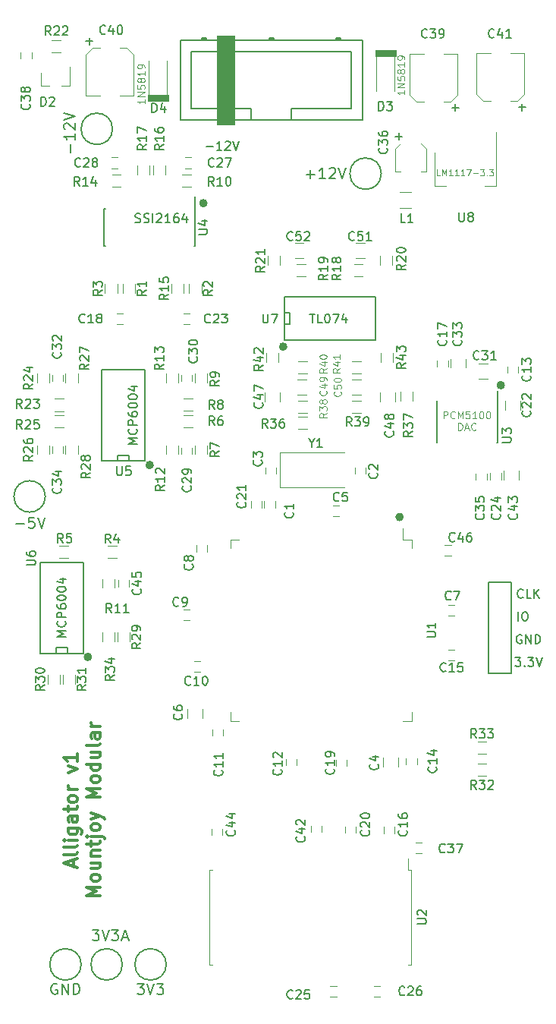
<source format=gbr>
G04 #@! TF.GenerationSoftware,KiCad,Pcbnew,(5.1.5)-3*
G04 #@! TF.CreationDate,2020-09-27T14:55:58+01:00*
G04 #@! TF.ProjectId,Alligator_Components,416c6c69-6761-4746-9f72-5f436f6d706f,rev?*
G04 #@! TF.SameCoordinates,Original*
G04 #@! TF.FileFunction,Legend,Top*
G04 #@! TF.FilePolarity,Positive*
%FSLAX46Y46*%
G04 Gerber Fmt 4.6, Leading zero omitted, Abs format (unit mm)*
G04 Created by KiCad (PCBNEW (5.1.5)-3) date 2020-09-27 14:55:58*
%MOMM*%
%LPD*%
G04 APERTURE LIST*
%ADD10C,0.300000*%
%ADD11C,0.200000*%
%ADD12C,0.100000*%
%ADD13C,0.500000*%
%ADD14C,0.120000*%
%ADD15C,0.150000*%
G04 APERTURE END LIST*
D10*
X107375000Y-144285714D02*
X107375000Y-143571428D01*
X107803571Y-144428571D02*
X106303571Y-143928571D01*
X107803571Y-143428571D01*
X107803571Y-142714285D02*
X107732142Y-142857142D01*
X107589285Y-142928571D01*
X106303571Y-142928571D01*
X107803571Y-141928571D02*
X107732142Y-142071428D01*
X107589285Y-142142857D01*
X106303571Y-142142857D01*
X107803571Y-141357142D02*
X106803571Y-141357142D01*
X106303571Y-141357142D02*
X106375000Y-141428571D01*
X106446428Y-141357142D01*
X106375000Y-141285714D01*
X106303571Y-141357142D01*
X106446428Y-141357142D01*
X106803571Y-140000000D02*
X108017857Y-140000000D01*
X108160714Y-140071428D01*
X108232142Y-140142857D01*
X108303571Y-140285714D01*
X108303571Y-140500000D01*
X108232142Y-140642857D01*
X107732142Y-140000000D02*
X107803571Y-140142857D01*
X107803571Y-140428571D01*
X107732142Y-140571428D01*
X107660714Y-140642857D01*
X107517857Y-140714285D01*
X107089285Y-140714285D01*
X106946428Y-140642857D01*
X106875000Y-140571428D01*
X106803571Y-140428571D01*
X106803571Y-140142857D01*
X106875000Y-140000000D01*
X107803571Y-138642857D02*
X107017857Y-138642857D01*
X106875000Y-138714285D01*
X106803571Y-138857142D01*
X106803571Y-139142857D01*
X106875000Y-139285714D01*
X107732142Y-138642857D02*
X107803571Y-138785714D01*
X107803571Y-139142857D01*
X107732142Y-139285714D01*
X107589285Y-139357142D01*
X107446428Y-139357142D01*
X107303571Y-139285714D01*
X107232142Y-139142857D01*
X107232142Y-138785714D01*
X107160714Y-138642857D01*
X106803571Y-138142857D02*
X106803571Y-137571428D01*
X106303571Y-137928571D02*
X107589285Y-137928571D01*
X107732142Y-137857142D01*
X107803571Y-137714285D01*
X107803571Y-137571428D01*
X107803571Y-136857142D02*
X107732142Y-137000000D01*
X107660714Y-137071428D01*
X107517857Y-137142857D01*
X107089285Y-137142857D01*
X106946428Y-137071428D01*
X106875000Y-137000000D01*
X106803571Y-136857142D01*
X106803571Y-136642857D01*
X106875000Y-136500000D01*
X106946428Y-136428571D01*
X107089285Y-136357142D01*
X107517857Y-136357142D01*
X107660714Y-136428571D01*
X107732142Y-136500000D01*
X107803571Y-136642857D01*
X107803571Y-136857142D01*
X107803571Y-135714285D02*
X106803571Y-135714285D01*
X107089285Y-135714285D02*
X106946428Y-135642857D01*
X106875000Y-135571428D01*
X106803571Y-135428571D01*
X106803571Y-135285714D01*
X106803571Y-133785714D02*
X107803571Y-133428571D01*
X106803571Y-133071428D01*
X107803571Y-131714285D02*
X107803571Y-132571428D01*
X107803571Y-132142857D02*
X106303571Y-132142857D01*
X106517857Y-132285714D01*
X106660714Y-132428571D01*
X106732142Y-132571428D01*
X110353571Y-147571428D02*
X108853571Y-147571428D01*
X109925000Y-147071428D01*
X108853571Y-146571428D01*
X110353571Y-146571428D01*
X110353571Y-145642857D02*
X110282142Y-145785714D01*
X110210714Y-145857142D01*
X110067857Y-145928571D01*
X109639285Y-145928571D01*
X109496428Y-145857142D01*
X109425000Y-145785714D01*
X109353571Y-145642857D01*
X109353571Y-145428571D01*
X109425000Y-145285714D01*
X109496428Y-145214285D01*
X109639285Y-145142857D01*
X110067857Y-145142857D01*
X110210714Y-145214285D01*
X110282142Y-145285714D01*
X110353571Y-145428571D01*
X110353571Y-145642857D01*
X109353571Y-143857142D02*
X110353571Y-143857142D01*
X109353571Y-144500000D02*
X110139285Y-144500000D01*
X110282142Y-144428571D01*
X110353571Y-144285714D01*
X110353571Y-144071428D01*
X110282142Y-143928571D01*
X110210714Y-143857142D01*
X109353571Y-143142857D02*
X110353571Y-143142857D01*
X109496428Y-143142857D02*
X109425000Y-143071428D01*
X109353571Y-142928571D01*
X109353571Y-142714285D01*
X109425000Y-142571428D01*
X109567857Y-142500000D01*
X110353571Y-142500000D01*
X109353571Y-142000000D02*
X109353571Y-141428571D01*
X108853571Y-141785714D02*
X110139285Y-141785714D01*
X110282142Y-141714285D01*
X110353571Y-141571428D01*
X110353571Y-141428571D01*
X109353571Y-140928571D02*
X110639285Y-140928571D01*
X110782142Y-141000000D01*
X110853571Y-141142857D01*
X110853571Y-141214285D01*
X108853571Y-140928571D02*
X108925000Y-141000000D01*
X108996428Y-140928571D01*
X108925000Y-140857142D01*
X108853571Y-140928571D01*
X108996428Y-140928571D01*
X110353571Y-140000000D02*
X110282142Y-140142857D01*
X110210714Y-140214285D01*
X110067857Y-140285714D01*
X109639285Y-140285714D01*
X109496428Y-140214285D01*
X109425000Y-140142857D01*
X109353571Y-140000000D01*
X109353571Y-139785714D01*
X109425000Y-139642857D01*
X109496428Y-139571428D01*
X109639285Y-139500000D01*
X110067857Y-139500000D01*
X110210714Y-139571428D01*
X110282142Y-139642857D01*
X110353571Y-139785714D01*
X110353571Y-140000000D01*
X109353571Y-139000000D02*
X110353571Y-138642857D01*
X109353571Y-138285714D02*
X110353571Y-138642857D01*
X110710714Y-138785714D01*
X110782142Y-138857142D01*
X110853571Y-139000000D01*
X110353571Y-136571428D02*
X108853571Y-136571428D01*
X109925000Y-136071428D01*
X108853571Y-135571428D01*
X110353571Y-135571428D01*
X110353571Y-134642857D02*
X110282142Y-134785714D01*
X110210714Y-134857142D01*
X110067857Y-134928571D01*
X109639285Y-134928571D01*
X109496428Y-134857142D01*
X109425000Y-134785714D01*
X109353571Y-134642857D01*
X109353571Y-134428571D01*
X109425000Y-134285714D01*
X109496428Y-134214285D01*
X109639285Y-134142857D01*
X110067857Y-134142857D01*
X110210714Y-134214285D01*
X110282142Y-134285714D01*
X110353571Y-134428571D01*
X110353571Y-134642857D01*
X110353571Y-132857142D02*
X108853571Y-132857142D01*
X110282142Y-132857142D02*
X110353571Y-133000000D01*
X110353571Y-133285714D01*
X110282142Y-133428571D01*
X110210714Y-133500000D01*
X110067857Y-133571428D01*
X109639285Y-133571428D01*
X109496428Y-133500000D01*
X109425000Y-133428571D01*
X109353571Y-133285714D01*
X109353571Y-133000000D01*
X109425000Y-132857142D01*
X109353571Y-131500000D02*
X110353571Y-131500000D01*
X109353571Y-132142857D02*
X110139285Y-132142857D01*
X110282142Y-132071428D01*
X110353571Y-131928571D01*
X110353571Y-131714285D01*
X110282142Y-131571428D01*
X110210714Y-131500000D01*
X110353571Y-130571428D02*
X110282142Y-130714285D01*
X110139285Y-130785714D01*
X108853571Y-130785714D01*
X110353571Y-129357142D02*
X109567857Y-129357142D01*
X109425000Y-129428571D01*
X109353571Y-129571428D01*
X109353571Y-129857142D01*
X109425000Y-130000000D01*
X110282142Y-129357142D02*
X110353571Y-129500000D01*
X110353571Y-129857142D01*
X110282142Y-130000000D01*
X110139285Y-130071428D01*
X109996428Y-130071428D01*
X109853571Y-130000000D01*
X109782142Y-129857142D01*
X109782142Y-129500000D01*
X109710714Y-129357142D01*
X110353571Y-128642857D02*
X109353571Y-128642857D01*
X109639285Y-128642857D02*
X109496428Y-128571428D01*
X109425000Y-128500000D01*
X109353571Y-128357142D01*
X109353571Y-128214285D01*
D11*
X114514285Y-157342857D02*
X115257142Y-157342857D01*
X114857142Y-157800000D01*
X115028571Y-157800000D01*
X115142857Y-157857142D01*
X115200000Y-157914285D01*
X115257142Y-158028571D01*
X115257142Y-158314285D01*
X115200000Y-158428571D01*
X115142857Y-158485714D01*
X115028571Y-158542857D01*
X114685714Y-158542857D01*
X114571428Y-158485714D01*
X114514285Y-158428571D01*
X115600000Y-157342857D02*
X116000000Y-158542857D01*
X116400000Y-157342857D01*
X116685714Y-157342857D02*
X117428571Y-157342857D01*
X117028571Y-157800000D01*
X117200000Y-157800000D01*
X117314285Y-157857142D01*
X117371428Y-157914285D01*
X117428571Y-158028571D01*
X117428571Y-158314285D01*
X117371428Y-158428571D01*
X117314285Y-158485714D01*
X117200000Y-158542857D01*
X116857142Y-158542857D01*
X116742857Y-158485714D01*
X116685714Y-158428571D01*
X109500000Y-151342857D02*
X110242857Y-151342857D01*
X109842857Y-151800000D01*
X110014285Y-151800000D01*
X110128571Y-151857142D01*
X110185714Y-151914285D01*
X110242857Y-152028571D01*
X110242857Y-152314285D01*
X110185714Y-152428571D01*
X110128571Y-152485714D01*
X110014285Y-152542857D01*
X109671428Y-152542857D01*
X109557142Y-152485714D01*
X109500000Y-152428571D01*
X110585714Y-151342857D02*
X110985714Y-152542857D01*
X111385714Y-151342857D01*
X111671428Y-151342857D02*
X112414285Y-151342857D01*
X112014285Y-151800000D01*
X112185714Y-151800000D01*
X112300000Y-151857142D01*
X112357142Y-151914285D01*
X112414285Y-152028571D01*
X112414285Y-152314285D01*
X112357142Y-152428571D01*
X112300000Y-152485714D01*
X112185714Y-152542857D01*
X111842857Y-152542857D01*
X111728571Y-152485714D01*
X111671428Y-152428571D01*
X112871428Y-152200000D02*
X113442857Y-152200000D01*
X112757142Y-152542857D02*
X113157142Y-151342857D01*
X113557142Y-152542857D01*
X105585714Y-157400000D02*
X105471428Y-157342857D01*
X105300000Y-157342857D01*
X105128571Y-157400000D01*
X105014285Y-157514285D01*
X104957142Y-157628571D01*
X104900000Y-157857142D01*
X104900000Y-158028571D01*
X104957142Y-158257142D01*
X105014285Y-158371428D01*
X105128571Y-158485714D01*
X105300000Y-158542857D01*
X105414285Y-158542857D01*
X105585714Y-158485714D01*
X105642857Y-158428571D01*
X105642857Y-158028571D01*
X105414285Y-158028571D01*
X106157142Y-158542857D02*
X106157142Y-157342857D01*
X106842857Y-158542857D01*
X106842857Y-157342857D01*
X107414285Y-158542857D02*
X107414285Y-157342857D01*
X107700000Y-157342857D01*
X107871428Y-157400000D01*
X107985714Y-157514285D01*
X108042857Y-157628571D01*
X108100000Y-157857142D01*
X108100000Y-158028571D01*
X108042857Y-158257142D01*
X107985714Y-158371428D01*
X107871428Y-158485714D01*
X107700000Y-158542857D01*
X107414285Y-158542857D01*
X100957142Y-106085714D02*
X101871428Y-106085714D01*
X103014285Y-105342857D02*
X102442857Y-105342857D01*
X102385714Y-105914285D01*
X102442857Y-105857142D01*
X102557142Y-105800000D01*
X102842857Y-105800000D01*
X102957142Y-105857142D01*
X103014285Y-105914285D01*
X103071428Y-106028571D01*
X103071428Y-106314285D01*
X103014285Y-106428571D01*
X102957142Y-106485714D01*
X102842857Y-106542857D01*
X102557142Y-106542857D01*
X102442857Y-106485714D01*
X102385714Y-106428571D01*
X103414285Y-105342857D02*
X103814285Y-106542857D01*
X104214285Y-105342857D01*
X133385714Y-67085714D02*
X134300000Y-67085714D01*
X133842857Y-67542857D02*
X133842857Y-66628571D01*
X135500000Y-67542857D02*
X134814285Y-67542857D01*
X135157142Y-67542857D02*
X135157142Y-66342857D01*
X135042857Y-66514285D01*
X134928571Y-66628571D01*
X134814285Y-66685714D01*
X135957142Y-66457142D02*
X136014285Y-66400000D01*
X136128571Y-66342857D01*
X136414285Y-66342857D01*
X136528571Y-66400000D01*
X136585714Y-66457142D01*
X136642857Y-66571428D01*
X136642857Y-66685714D01*
X136585714Y-66857142D01*
X135900000Y-67542857D01*
X136642857Y-67542857D01*
X136985714Y-66342857D02*
X137385714Y-67542857D01*
X137785714Y-66342857D01*
X107085714Y-64614285D02*
X107085714Y-63700000D01*
X107542857Y-62500000D02*
X107542857Y-63185714D01*
X107542857Y-62842857D02*
X106342857Y-62842857D01*
X106514285Y-62957142D01*
X106628571Y-63071428D01*
X106685714Y-63185714D01*
X106457142Y-62042857D02*
X106400000Y-61985714D01*
X106342857Y-61871428D01*
X106342857Y-61585714D01*
X106400000Y-61471428D01*
X106457142Y-61414285D01*
X106571428Y-61357142D01*
X106685714Y-61357142D01*
X106857142Y-61414285D01*
X107542857Y-62100000D01*
X107542857Y-61357142D01*
X106342857Y-61014285D02*
X107542857Y-60614285D01*
X106342857Y-60214285D01*
D12*
X148709523Y-94311904D02*
X148709523Y-93511904D01*
X149014285Y-93511904D01*
X149090476Y-93550000D01*
X149128571Y-93588095D01*
X149166666Y-93664285D01*
X149166666Y-93778571D01*
X149128571Y-93854761D01*
X149090476Y-93892857D01*
X149014285Y-93930952D01*
X148709523Y-93930952D01*
X149966666Y-94235714D02*
X149928571Y-94273809D01*
X149814285Y-94311904D01*
X149738095Y-94311904D01*
X149623809Y-94273809D01*
X149547619Y-94197619D01*
X149509523Y-94121428D01*
X149471428Y-93969047D01*
X149471428Y-93854761D01*
X149509523Y-93702380D01*
X149547619Y-93626190D01*
X149623809Y-93550000D01*
X149738095Y-93511904D01*
X149814285Y-93511904D01*
X149928571Y-93550000D01*
X149966666Y-93588095D01*
X150309523Y-94311904D02*
X150309523Y-93511904D01*
X150576190Y-94083333D01*
X150842857Y-93511904D01*
X150842857Y-94311904D01*
X151604761Y-93511904D02*
X151223809Y-93511904D01*
X151185714Y-93892857D01*
X151223809Y-93854761D01*
X151300000Y-93816666D01*
X151490476Y-93816666D01*
X151566666Y-93854761D01*
X151604761Y-93892857D01*
X151642857Y-93969047D01*
X151642857Y-94159523D01*
X151604761Y-94235714D01*
X151566666Y-94273809D01*
X151490476Y-94311904D01*
X151300000Y-94311904D01*
X151223809Y-94273809D01*
X151185714Y-94235714D01*
X152404761Y-94311904D02*
X151947619Y-94311904D01*
X152176190Y-94311904D02*
X152176190Y-93511904D01*
X152100000Y-93626190D01*
X152023809Y-93702380D01*
X151947619Y-93740476D01*
X152900000Y-93511904D02*
X152976190Y-93511904D01*
X153052380Y-93550000D01*
X153090476Y-93588095D01*
X153128571Y-93664285D01*
X153166666Y-93816666D01*
X153166666Y-94007142D01*
X153128571Y-94159523D01*
X153090476Y-94235714D01*
X153052380Y-94273809D01*
X152976190Y-94311904D01*
X152900000Y-94311904D01*
X152823809Y-94273809D01*
X152785714Y-94235714D01*
X152747619Y-94159523D01*
X152709523Y-94007142D01*
X152709523Y-93816666D01*
X152747619Y-93664285D01*
X152785714Y-93588095D01*
X152823809Y-93550000D01*
X152900000Y-93511904D01*
X153661904Y-93511904D02*
X153738095Y-93511904D01*
X153814285Y-93550000D01*
X153852380Y-93588095D01*
X153890476Y-93664285D01*
X153928571Y-93816666D01*
X153928571Y-94007142D01*
X153890476Y-94159523D01*
X153852380Y-94235714D01*
X153814285Y-94273809D01*
X153738095Y-94311904D01*
X153661904Y-94311904D01*
X153585714Y-94273809D01*
X153547619Y-94235714D01*
X153509523Y-94159523D01*
X153471428Y-94007142D01*
X153471428Y-93816666D01*
X153509523Y-93664285D01*
X153547619Y-93588095D01*
X153585714Y-93550000D01*
X153661904Y-93511904D01*
X150347619Y-95611904D02*
X150347619Y-94811904D01*
X150538095Y-94811904D01*
X150652380Y-94850000D01*
X150728571Y-94926190D01*
X150766666Y-95002380D01*
X150804761Y-95154761D01*
X150804761Y-95269047D01*
X150766666Y-95421428D01*
X150728571Y-95497619D01*
X150652380Y-95573809D01*
X150538095Y-95611904D01*
X150347619Y-95611904D01*
X151109523Y-95383333D02*
X151490476Y-95383333D01*
X151033333Y-95611904D02*
X151300000Y-94811904D01*
X151566666Y-95611904D01*
X152290476Y-95535714D02*
X152252380Y-95573809D01*
X152138095Y-95611904D01*
X152061904Y-95611904D01*
X151947619Y-95573809D01*
X151871428Y-95497619D01*
X151833333Y-95421428D01*
X151795238Y-95269047D01*
X151795238Y-95154761D01*
X151833333Y-95002380D01*
X151871428Y-94926190D01*
X151947619Y-94850000D01*
X152061904Y-94811904D01*
X152138095Y-94811904D01*
X152252380Y-94850000D01*
X152290476Y-94888095D01*
D13*
X131023607Y-86300000D02*
G75*
G03X131023607Y-86300000I-223607J0D01*
G01*
X155323607Y-90600000D02*
G75*
G03X155323607Y-90600000I-223607J0D01*
G01*
X144023607Y-105300000D02*
G75*
G03X144023607Y-105300000I-223607J0D01*
G01*
X109223607Y-120900000D02*
G75*
G03X109223607Y-120900000I-223607J0D01*
G01*
X116123607Y-99500000D02*
G75*
G03X116123607Y-99500000I-223607J0D01*
G01*
X122123607Y-70300000D02*
G75*
G03X122123607Y-70300000I-223607J0D01*
G01*
D12*
G36*
X143400000Y-53900000D02*
G01*
X141100000Y-53900000D01*
X141100000Y-53200000D01*
X143400000Y-53200000D01*
X143400000Y-53900000D01*
G37*
X143400000Y-53900000D02*
X141100000Y-53900000D01*
X141100000Y-53200000D01*
X143400000Y-53200000D01*
X143400000Y-53900000D01*
G36*
X118000000Y-58900000D02*
G01*
X115700000Y-58900000D01*
X115700000Y-58200000D01*
X118000000Y-58200000D01*
X118000000Y-58900000D01*
G37*
X118000000Y-58900000D02*
X115700000Y-58900000D01*
X115700000Y-58200000D01*
X118000000Y-58200000D01*
X118000000Y-58900000D01*
D14*
X152500000Y-130340000D02*
X153500000Y-130340000D01*
X153500000Y-131700000D02*
X152500000Y-131700000D01*
X152500000Y-132820000D02*
X153500000Y-132820000D01*
X153500000Y-134180000D02*
X152500000Y-134180000D01*
D15*
X111750000Y-62000000D02*
G75*
G03X111750000Y-62000000I-1750000J0D01*
G01*
X141750000Y-67000000D02*
G75*
G03X141750000Y-67000000I-1750000J0D01*
G01*
X104250000Y-103000000D02*
G75*
G03X104250000Y-103000000I-1750000J0D01*
G01*
X112850000Y-155200000D02*
G75*
G03X112850000Y-155200000I-1750000J0D01*
G01*
X117750000Y-155200000D02*
G75*
G03X117750000Y-155200000I-1750000J0D01*
G01*
X108250000Y-155200000D02*
G75*
G03X108250000Y-155200000I-1750000J0D01*
G01*
D14*
X137650000Y-98075000D02*
X130450000Y-98075000D01*
X130450000Y-98075000D02*
X130450000Y-101975000D01*
X130450000Y-101975000D02*
X137650000Y-101975000D01*
X149550000Y-109650000D02*
X148850000Y-109650000D01*
X148850000Y-108450000D02*
X149550000Y-108450000D01*
X149950000Y-116275000D02*
X149250000Y-116275000D01*
X149250000Y-115075000D02*
X149950000Y-115075000D01*
X144185000Y-107815000D02*
X144185000Y-106525000D01*
X145135000Y-107815000D02*
X144185000Y-107815000D01*
X145135000Y-108765000D02*
X145135000Y-107815000D01*
X145135000Y-128035000D02*
X144185000Y-128035000D01*
X145135000Y-127085000D02*
X145135000Y-128035000D01*
X124915000Y-107815000D02*
X125865000Y-107815000D01*
X124915000Y-108765000D02*
X124915000Y-107815000D01*
X124915000Y-128035000D02*
X125865000Y-128035000D01*
X124915000Y-127085000D02*
X124915000Y-128035000D01*
X119400000Y-98250000D02*
X119400000Y-97550000D01*
X120600000Y-97550000D02*
X120600000Y-98250000D01*
X120920000Y-98300000D02*
X120920000Y-97300000D01*
X122280000Y-97300000D02*
X122280000Y-98300000D01*
X119080000Y-97300000D02*
X119080000Y-98300000D01*
X117720000Y-98300000D02*
X117720000Y-97300000D01*
X144725000Y-143425000D02*
X144725000Y-144625000D01*
X144725000Y-144625000D02*
X145125000Y-144625000D01*
X145125000Y-144625000D02*
X145125000Y-155225000D01*
X122525000Y-144625000D02*
X122525000Y-155225000D01*
X145125000Y-155225000D02*
X144725000Y-155225000D01*
X122925000Y-155225000D02*
X122525000Y-155225000D01*
X122925000Y-144625000D02*
X122525000Y-144625000D01*
D15*
X120975000Y-70925000D02*
X120950000Y-70925000D01*
X120975000Y-75075000D02*
X120870000Y-75075000D01*
X110825000Y-75075000D02*
X110930000Y-75075000D01*
X110825000Y-70925000D02*
X110930000Y-70925000D01*
X120975000Y-70925000D02*
X120975000Y-75075000D01*
X110825000Y-70925000D02*
X110825000Y-75075000D01*
X120950000Y-70925000D02*
X120950000Y-69550000D01*
D14*
X147715000Y-68385000D02*
X148975000Y-68385000D01*
X154535000Y-68385000D02*
X153275000Y-68385000D01*
X147715000Y-64625000D02*
X147715000Y-68385000D01*
X154535000Y-62375000D02*
X154535000Y-68385000D01*
D15*
X141080000Y-80714000D02*
X141080000Y-85540000D01*
X141080000Y-85540000D02*
X130920000Y-85540000D01*
X130920000Y-85540000D02*
X130920000Y-80714000D01*
X130920000Y-80714000D02*
X141080000Y-80714000D01*
X130920000Y-82492000D02*
X131555000Y-82492000D01*
X131555000Y-82492000D02*
X131555000Y-83762000D01*
X131555000Y-83762000D02*
X130920000Y-83762000D01*
X103664000Y-110345000D02*
X108490000Y-110345000D01*
X108490000Y-110345000D02*
X108490000Y-120505000D01*
X108490000Y-120505000D02*
X103664000Y-120505000D01*
X103664000Y-120505000D02*
X103664000Y-110345000D01*
X105442000Y-120505000D02*
X105442000Y-119870000D01*
X105442000Y-119870000D02*
X106712000Y-119870000D01*
X106712000Y-119870000D02*
X106712000Y-120505000D01*
X110514000Y-88870000D02*
X115340000Y-88870000D01*
X115340000Y-88870000D02*
X115340000Y-99030000D01*
X115340000Y-99030000D02*
X110514000Y-99030000D01*
X110514000Y-99030000D02*
X110514000Y-88870000D01*
X112292000Y-99030000D02*
X112292000Y-98395000D01*
X112292000Y-98395000D02*
X113562000Y-98395000D01*
X113562000Y-98395000D02*
X113562000Y-99030000D01*
X147950000Y-92325000D02*
X147950000Y-96975000D01*
X154775000Y-91250000D02*
X154775000Y-96975000D01*
X147950000Y-92325000D02*
X147975000Y-92325000D01*
X147950000Y-96975000D02*
X147975000Y-96975000D01*
X154775000Y-96975000D02*
X154675000Y-96975000D01*
D14*
X141720000Y-88000000D02*
X141720000Y-87000000D01*
X143080000Y-87000000D02*
X143080000Y-88000000D01*
X128920000Y-88000000D02*
X128920000Y-87000000D01*
X130280000Y-87000000D02*
X130280000Y-88000000D01*
X138500000Y-87920000D02*
X139500000Y-87920000D01*
X139500000Y-89280000D02*
X138500000Y-89280000D01*
X133500000Y-89280000D02*
X132500000Y-89280000D01*
X132500000Y-87920000D02*
X133500000Y-87920000D01*
X139500000Y-93680000D02*
X138500000Y-93680000D01*
X138500000Y-92320000D02*
X139500000Y-92320000D01*
X133500000Y-93680000D02*
X132500000Y-93680000D01*
X132500000Y-92320000D02*
X133500000Y-92320000D01*
X145280000Y-91300000D02*
X145280000Y-92300000D01*
X143920000Y-92300000D02*
X143920000Y-91300000D01*
X133500000Y-95480000D02*
X132500000Y-95480000D01*
X132500000Y-94120000D02*
X133500000Y-94120000D01*
X111980000Y-118200000D02*
X111980000Y-119200000D01*
X110620000Y-119200000D02*
X110620000Y-118200000D01*
X106220000Y-123900000D02*
X106220000Y-122900000D01*
X107580000Y-122900000D02*
X107580000Y-123900000D01*
X104520000Y-123900000D02*
X104520000Y-122900000D01*
X105880000Y-122900000D02*
X105880000Y-123900000D01*
X112320000Y-119200000D02*
X112320000Y-118200000D01*
X113680000Y-118200000D02*
X113680000Y-119200000D01*
X107880000Y-97300000D02*
X107880000Y-98300000D01*
X106520000Y-98300000D02*
X106520000Y-97300000D01*
X106520000Y-90300000D02*
X106520000Y-89300000D01*
X107880000Y-89300000D02*
X107880000Y-90300000D01*
X103320000Y-98300000D02*
X103320000Y-97300000D01*
X104680000Y-97300000D02*
X104680000Y-98300000D01*
X105300000Y-93920000D02*
X106300000Y-93920000D01*
X106300000Y-95280000D02*
X105300000Y-95280000D01*
X104680000Y-89300000D02*
X104680000Y-90300000D01*
X103320000Y-90300000D02*
X103320000Y-89300000D01*
X105300000Y-92120000D02*
X106300000Y-92120000D01*
X106300000Y-93480000D02*
X105300000Y-93480000D01*
X104950000Y-52095000D02*
X105950000Y-52095000D01*
X105950000Y-53455000D02*
X104950000Y-53455000D01*
X130480000Y-76200000D02*
X130480000Y-77200000D01*
X129120000Y-77200000D02*
X129120000Y-76200000D01*
X142980000Y-76200000D02*
X142980000Y-77200000D01*
X141620000Y-77200000D02*
X141620000Y-76200000D01*
X133300000Y-78480000D02*
X132300000Y-78480000D01*
X132300000Y-77120000D02*
X133300000Y-77120000D01*
X138700000Y-77120000D02*
X139700000Y-77120000D01*
X139700000Y-78480000D02*
X138700000Y-78480000D01*
X114520000Y-67100000D02*
X114520000Y-66100000D01*
X115880000Y-66100000D02*
X115880000Y-67100000D01*
X116320000Y-67100000D02*
X116320000Y-66100000D01*
X117680000Y-66100000D02*
X117680000Y-67100000D01*
X119680000Y-79300000D02*
X119680000Y-80300000D01*
X118320000Y-80300000D02*
X118320000Y-79300000D01*
X111700000Y-67120000D02*
X112700000Y-67120000D01*
X112700000Y-68480000D02*
X111700000Y-68480000D01*
X117720000Y-90300000D02*
X117720000Y-89300000D01*
X119080000Y-89300000D02*
X119080000Y-90300000D01*
X110620000Y-113200000D02*
X110620000Y-112200000D01*
X111980000Y-112200000D02*
X111980000Y-113200000D01*
X120500000Y-68480000D02*
X119500000Y-68480000D01*
X119500000Y-67120000D02*
X120500000Y-67120000D01*
X122280000Y-89300000D02*
X122280000Y-90300000D01*
X120920000Y-90300000D02*
X120920000Y-89300000D01*
X119700000Y-92070000D02*
X120700000Y-92070000D01*
X120700000Y-93430000D02*
X119700000Y-93430000D01*
X119700000Y-93920000D02*
X120700000Y-93920000D01*
X120700000Y-95280000D02*
X119700000Y-95280000D01*
X105800000Y-108520000D02*
X106800000Y-108520000D01*
X106800000Y-109880000D02*
X105800000Y-109880000D01*
X112200000Y-109880000D02*
X111200000Y-109880000D01*
X111200000Y-108520000D02*
X112200000Y-108520000D01*
X112280000Y-79300000D02*
X112280000Y-80300000D01*
X110920000Y-80300000D02*
X110920000Y-79300000D01*
X120320000Y-80300000D02*
X120320000Y-79300000D01*
X121680000Y-79300000D02*
X121680000Y-80300000D01*
X112920000Y-80300000D02*
X112920000Y-79300000D01*
X114280000Y-79300000D02*
X114280000Y-80300000D01*
X145050000Y-70830000D02*
X143850000Y-70830000D01*
X143850000Y-69070000D02*
X145050000Y-69070000D01*
D12*
G36*
X123400000Y-51625000D02*
G01*
X125400000Y-51625000D01*
X125400000Y-61525000D01*
X123400000Y-61525000D01*
X123400000Y-51625000D01*
G37*
X123400000Y-51625000D02*
X125400000Y-51625000D01*
X125400000Y-61525000D01*
X123400000Y-61525000D01*
X123400000Y-51625000D01*
D15*
X121750000Y-51985000D02*
X122250000Y-51985000D01*
X122250000Y-51885000D02*
X122250000Y-52085000D01*
X121750000Y-51885000D02*
X122250000Y-51885000D01*
X121750000Y-52085000D02*
X121750000Y-51885000D01*
X136710000Y-51985000D02*
X137210000Y-51985000D01*
X137210000Y-51885000D02*
X137210000Y-52085000D01*
X136710000Y-51885000D02*
X137210000Y-51885000D01*
X136710000Y-52085000D02*
X136710000Y-51885000D01*
X129230000Y-51985000D02*
X129730000Y-51985000D01*
X129730000Y-51885000D02*
X129730000Y-52085000D01*
X129230000Y-51885000D02*
X129730000Y-51885000D01*
X129230000Y-52085000D02*
X129230000Y-51885000D01*
X131705000Y-59725000D02*
X131705000Y-61025000D01*
X138430000Y-59725000D02*
X131705000Y-59725000D01*
X138430000Y-53385000D02*
X138430000Y-59725000D01*
X120530000Y-53385000D02*
X138430000Y-53385000D01*
X120530000Y-59725000D02*
X120530000Y-53385000D01*
X127255000Y-59725000D02*
X120530000Y-59725000D01*
X127255000Y-61025000D02*
X127255000Y-59725000D01*
X139630000Y-61025000D02*
X119330000Y-61025000D01*
X139630000Y-52085000D02*
X139630000Y-61025000D01*
X119330000Y-52085000D02*
X139630000Y-52085000D01*
X119330000Y-61025000D02*
X119330000Y-52085000D01*
X153730000Y-112610000D02*
X153730000Y-122770000D01*
X156270000Y-112610000D02*
X153730000Y-112610000D01*
X156270000Y-122770000D02*
X156270000Y-112610000D01*
X153730000Y-122770000D02*
X156270000Y-122770000D01*
D14*
X115800000Y-58300000D02*
X117800000Y-58300000D01*
X117800000Y-58300000D02*
X117800000Y-54400000D01*
X115800000Y-58300000D02*
X115800000Y-54400000D01*
X143200000Y-53925000D02*
X141200000Y-53925000D01*
X141200000Y-53925000D02*
X141200000Y-57825000D01*
X143200000Y-53925000D02*
X143200000Y-57825000D01*
X103795000Y-57210000D02*
X104725000Y-57210000D01*
X106955000Y-57210000D02*
X106025000Y-57210000D01*
X106955000Y-57210000D02*
X106955000Y-55050000D01*
X103795000Y-57210000D02*
X103795000Y-55750000D01*
X133100000Y-74750000D02*
X132100000Y-74750000D01*
X132100000Y-76450000D02*
X133100000Y-76450000D01*
X138900000Y-76450000D02*
X139900000Y-76450000D01*
X139900000Y-74750000D02*
X138900000Y-74750000D01*
X138500000Y-91650000D02*
X139500000Y-91650000D01*
X139500000Y-89950000D02*
X138500000Y-89950000D01*
X133400000Y-89950000D02*
X132400000Y-89950000D01*
X132400000Y-91650000D02*
X133400000Y-91650000D01*
X141650000Y-91400000D02*
X141650000Y-92400000D01*
X143350000Y-92400000D02*
X143350000Y-91400000D01*
X128750000Y-91400000D02*
X128750000Y-92400000D01*
X130450000Y-92400000D02*
X130450000Y-91400000D01*
X113600000Y-112350000D02*
X113600000Y-113050000D01*
X112400000Y-113050000D02*
X112400000Y-112350000D01*
X124025000Y-140075000D02*
X124025000Y-140775000D01*
X122825000Y-140775000D02*
X122825000Y-140075000D01*
X157075000Y-101125000D02*
X157075000Y-100125000D01*
X155375000Y-100125000D02*
X155375000Y-101125000D01*
X135125000Y-139725000D02*
X135125000Y-140425000D01*
X133925000Y-140425000D02*
X133925000Y-139725000D01*
X152385000Y-53555000D02*
X153935000Y-53555000D01*
X157715000Y-53555000D02*
X156165000Y-53555000D01*
X156955000Y-58895000D02*
X156165000Y-58895000D01*
X153145000Y-58895000D02*
X153935000Y-58895000D01*
X152385000Y-53555000D02*
X152385000Y-58135000D01*
X152385000Y-58135000D02*
X153145000Y-58895000D01*
X156955000Y-58895000D02*
X157715000Y-58135000D01*
X157715000Y-58135000D02*
X157715000Y-53555000D01*
X114115000Y-58295000D02*
X112565000Y-58295000D01*
X108785000Y-58295000D02*
X110335000Y-58295000D01*
X109545000Y-52955000D02*
X110335000Y-52955000D01*
X113355000Y-52955000D02*
X112565000Y-52955000D01*
X114115000Y-58295000D02*
X114115000Y-53715000D01*
X114115000Y-53715000D02*
X113355000Y-52955000D01*
X109545000Y-52955000D02*
X108785000Y-53715000D01*
X108785000Y-53715000D02*
X108785000Y-58295000D01*
X144935000Y-53605000D02*
X146485000Y-53605000D01*
X150265000Y-53605000D02*
X148715000Y-53605000D01*
X149505000Y-58945000D02*
X148715000Y-58945000D01*
X145695000Y-58945000D02*
X146485000Y-58945000D01*
X144935000Y-53605000D02*
X144935000Y-58185000D01*
X144935000Y-58185000D02*
X145695000Y-58945000D01*
X149505000Y-58945000D02*
X150265000Y-58185000D01*
X150265000Y-58185000D02*
X150265000Y-53605000D01*
X101525000Y-54175000D02*
X101525000Y-53475000D01*
X102725000Y-53475000D02*
X102725000Y-54175000D01*
X146275000Y-142825000D02*
X145575000Y-142825000D01*
X145575000Y-141625000D02*
X146275000Y-141625000D01*
X143320000Y-64245000D02*
X143930000Y-63635000D01*
X143320000Y-66805000D02*
X143930000Y-66805000D01*
X146760000Y-64265000D02*
X146170000Y-63665000D01*
X146760000Y-66805000D02*
X146170000Y-66805000D01*
X143320000Y-64245000D02*
X143320000Y-66785000D01*
X146760000Y-66805000D02*
X146760000Y-64265000D01*
X152325000Y-101125000D02*
X152325000Y-100425000D01*
X153525000Y-100425000D02*
X153525000Y-101125000D01*
X105000000Y-98150000D02*
X105000000Y-97450000D01*
X106200000Y-97450000D02*
X106200000Y-98150000D01*
X149450000Y-87650000D02*
X149450000Y-88650000D01*
X151150000Y-88650000D02*
X151150000Y-87650000D01*
X106200000Y-89450000D02*
X106200000Y-90150000D01*
X105000000Y-90150000D02*
X105000000Y-89450000D01*
X152600000Y-89875000D02*
X153600000Y-89875000D01*
X153600000Y-88175000D02*
X152600000Y-88175000D01*
X120600000Y-89450000D02*
X120600000Y-90150000D01*
X119400000Y-90150000D02*
X119400000Y-89450000D01*
X112350000Y-66400000D02*
X111650000Y-66400000D01*
X111650000Y-65200000D02*
X112350000Y-65200000D01*
X119850000Y-65200000D02*
X120550000Y-65200000D01*
X120550000Y-66400000D02*
X119850000Y-66400000D01*
X141625000Y-158775000D02*
X140925000Y-158775000D01*
X140925000Y-157575000D02*
X141625000Y-157575000D01*
X136750000Y-158775000D02*
X136050000Y-158775000D01*
X136050000Y-157575000D02*
X136750000Y-157575000D01*
X155125000Y-100400000D02*
X155125000Y-101100000D01*
X153925000Y-101100000D02*
X153925000Y-100400000D01*
X119650000Y-82600000D02*
X120350000Y-82600000D01*
X120350000Y-83800000D02*
X119650000Y-83800000D01*
X157250000Y-93325000D02*
X157250000Y-92325000D01*
X155550000Y-92325000D02*
X155550000Y-93325000D01*
X128400000Y-103550000D02*
X128400000Y-104250000D01*
X127200000Y-104250000D02*
X127200000Y-103550000D01*
X138925000Y-139825000D02*
X138925000Y-140525000D01*
X137725000Y-140525000D02*
X137725000Y-139825000D01*
X136725000Y-133075000D02*
X136725000Y-132375000D01*
X137925000Y-132375000D02*
X137925000Y-133075000D01*
X112250000Y-82600000D02*
X112950000Y-82600000D01*
X112950000Y-83800000D02*
X112250000Y-83800000D01*
X148000000Y-88525000D02*
X148000000Y-87825000D01*
X149200000Y-87825000D02*
X149200000Y-88525000D01*
X143225000Y-139875000D02*
X143225000Y-140575000D01*
X142025000Y-140575000D02*
X142025000Y-139875000D01*
X149950000Y-121300000D02*
X149250000Y-121300000D01*
X149250000Y-120100000D02*
X149950000Y-120100000D01*
X144525000Y-132875000D02*
X144525000Y-132175000D01*
X145725000Y-132175000D02*
X145725000Y-132875000D01*
X155800000Y-89225000D02*
X155800000Y-88525000D01*
X157000000Y-88525000D02*
X157000000Y-89225000D01*
X131125000Y-132975000D02*
X131125000Y-132275000D01*
X132325000Y-132275000D02*
X132325000Y-132975000D01*
X122925000Y-129675000D02*
X122925000Y-128975000D01*
X124125000Y-128975000D02*
X124125000Y-129675000D01*
X120850000Y-121400000D02*
X121550000Y-121400000D01*
X121550000Y-122600000D02*
X120850000Y-122600000D01*
X119675000Y-115625000D02*
X120375000Y-115625000D01*
X120375000Y-116825000D02*
X119675000Y-116825000D01*
X122300000Y-108450000D02*
X122300000Y-109150000D01*
X121100000Y-109150000D02*
X121100000Y-108450000D01*
X121775000Y-127725000D02*
X121775000Y-126725000D01*
X120075000Y-126725000D02*
X120075000Y-127725000D01*
X137050000Y-105200000D02*
X136350000Y-105200000D01*
X136350000Y-104000000D02*
X137050000Y-104000000D01*
X143650000Y-133125000D02*
X143650000Y-132125000D01*
X141950000Y-132125000D02*
X141950000Y-133125000D01*
X130000000Y-99750000D02*
X130000000Y-100450000D01*
X128800000Y-100450000D02*
X128800000Y-99750000D01*
X140000000Y-99750000D02*
X140000000Y-100450000D01*
X138800000Y-100450000D02*
X138800000Y-99750000D01*
X129900000Y-103550000D02*
X129900000Y-104250000D01*
X128700000Y-104250000D02*
X128700000Y-103550000D01*
D15*
X152357142Y-129952380D02*
X152023809Y-129476190D01*
X151785714Y-129952380D02*
X151785714Y-128952380D01*
X152166666Y-128952380D01*
X152261904Y-129000000D01*
X152309523Y-129047619D01*
X152357142Y-129142857D01*
X152357142Y-129285714D01*
X152309523Y-129380952D01*
X152261904Y-129428571D01*
X152166666Y-129476190D01*
X151785714Y-129476190D01*
X152690476Y-128952380D02*
X153309523Y-128952380D01*
X152976190Y-129333333D01*
X153119047Y-129333333D01*
X153214285Y-129380952D01*
X153261904Y-129428571D01*
X153309523Y-129523809D01*
X153309523Y-129761904D01*
X153261904Y-129857142D01*
X153214285Y-129904761D01*
X153119047Y-129952380D01*
X152833333Y-129952380D01*
X152738095Y-129904761D01*
X152690476Y-129857142D01*
X153642857Y-128952380D02*
X154261904Y-128952380D01*
X153928571Y-129333333D01*
X154071428Y-129333333D01*
X154166666Y-129380952D01*
X154214285Y-129428571D01*
X154261904Y-129523809D01*
X154261904Y-129761904D01*
X154214285Y-129857142D01*
X154166666Y-129904761D01*
X154071428Y-129952380D01*
X153785714Y-129952380D01*
X153690476Y-129904761D01*
X153642857Y-129857142D01*
X152357142Y-135652380D02*
X152023809Y-135176190D01*
X151785714Y-135652380D02*
X151785714Y-134652380D01*
X152166666Y-134652380D01*
X152261904Y-134700000D01*
X152309523Y-134747619D01*
X152357142Y-134842857D01*
X152357142Y-134985714D01*
X152309523Y-135080952D01*
X152261904Y-135128571D01*
X152166666Y-135176190D01*
X151785714Y-135176190D01*
X152690476Y-134652380D02*
X153309523Y-134652380D01*
X152976190Y-135033333D01*
X153119047Y-135033333D01*
X153214285Y-135080952D01*
X153261904Y-135128571D01*
X153309523Y-135223809D01*
X153309523Y-135461904D01*
X153261904Y-135557142D01*
X153214285Y-135604761D01*
X153119047Y-135652380D01*
X152833333Y-135652380D01*
X152738095Y-135604761D01*
X152690476Y-135557142D01*
X153690476Y-134747619D02*
X153738095Y-134700000D01*
X153833333Y-134652380D01*
X154071428Y-134652380D01*
X154166666Y-134700000D01*
X154214285Y-134747619D01*
X154261904Y-134842857D01*
X154261904Y-134938095D01*
X154214285Y-135080952D01*
X153642857Y-135652380D01*
X154261904Y-135652380D01*
X133973809Y-97051190D02*
X133973809Y-97527380D01*
X133640476Y-96527380D02*
X133973809Y-97051190D01*
X134307142Y-96527380D01*
X135164285Y-97527380D02*
X134592857Y-97527380D01*
X134878571Y-97527380D02*
X134878571Y-96527380D01*
X134783333Y-96670238D01*
X134688095Y-96765476D01*
X134592857Y-96813095D01*
X149957142Y-107957142D02*
X149909523Y-108004761D01*
X149766666Y-108052380D01*
X149671428Y-108052380D01*
X149528571Y-108004761D01*
X149433333Y-107909523D01*
X149385714Y-107814285D01*
X149338095Y-107623809D01*
X149338095Y-107480952D01*
X149385714Y-107290476D01*
X149433333Y-107195238D01*
X149528571Y-107100000D01*
X149671428Y-107052380D01*
X149766666Y-107052380D01*
X149909523Y-107100000D01*
X149957142Y-107147619D01*
X150814285Y-107385714D02*
X150814285Y-108052380D01*
X150576190Y-107004761D02*
X150338095Y-107719047D01*
X150957142Y-107719047D01*
X151766666Y-107052380D02*
X151576190Y-107052380D01*
X151480952Y-107100000D01*
X151433333Y-107147619D01*
X151338095Y-107290476D01*
X151290476Y-107480952D01*
X151290476Y-107861904D01*
X151338095Y-107957142D01*
X151385714Y-108004761D01*
X151480952Y-108052380D01*
X151671428Y-108052380D01*
X151766666Y-108004761D01*
X151814285Y-107957142D01*
X151861904Y-107861904D01*
X151861904Y-107623809D01*
X151814285Y-107528571D01*
X151766666Y-107480952D01*
X151671428Y-107433333D01*
X151480952Y-107433333D01*
X151385714Y-107480952D01*
X151338095Y-107528571D01*
X151290476Y-107623809D01*
X149533333Y-114457142D02*
X149485714Y-114504761D01*
X149342857Y-114552380D01*
X149247619Y-114552380D01*
X149104761Y-114504761D01*
X149009523Y-114409523D01*
X148961904Y-114314285D01*
X148914285Y-114123809D01*
X148914285Y-113980952D01*
X148961904Y-113790476D01*
X149009523Y-113695238D01*
X149104761Y-113600000D01*
X149247619Y-113552380D01*
X149342857Y-113552380D01*
X149485714Y-113600000D01*
X149533333Y-113647619D01*
X149866666Y-113552380D02*
X150533333Y-113552380D01*
X150104761Y-114552380D01*
X146827380Y-118686904D02*
X147636904Y-118686904D01*
X147732142Y-118639285D01*
X147779761Y-118591666D01*
X147827380Y-118496428D01*
X147827380Y-118305952D01*
X147779761Y-118210714D01*
X147732142Y-118163095D01*
X147636904Y-118115476D01*
X146827380Y-118115476D01*
X147827380Y-117115476D02*
X147827380Y-117686904D01*
X147827380Y-117401190D02*
X146827380Y-117401190D01*
X146970238Y-117496428D01*
X147065476Y-117591666D01*
X147113095Y-117686904D01*
X120457142Y-101842857D02*
X120504761Y-101890476D01*
X120552380Y-102033333D01*
X120552380Y-102128571D01*
X120504761Y-102271428D01*
X120409523Y-102366666D01*
X120314285Y-102414285D01*
X120123809Y-102461904D01*
X119980952Y-102461904D01*
X119790476Y-102414285D01*
X119695238Y-102366666D01*
X119600000Y-102271428D01*
X119552380Y-102128571D01*
X119552380Y-102033333D01*
X119600000Y-101890476D01*
X119647619Y-101842857D01*
X119647619Y-101461904D02*
X119600000Y-101414285D01*
X119552380Y-101319047D01*
X119552380Y-101080952D01*
X119600000Y-100985714D01*
X119647619Y-100938095D01*
X119742857Y-100890476D01*
X119838095Y-100890476D01*
X119980952Y-100938095D01*
X120552380Y-101509523D01*
X120552380Y-100890476D01*
X120552380Y-100414285D02*
X120552380Y-100223809D01*
X120504761Y-100128571D01*
X120457142Y-100080952D01*
X120314285Y-99985714D01*
X120123809Y-99938095D01*
X119742857Y-99938095D01*
X119647619Y-99985714D01*
X119600000Y-100033333D01*
X119552380Y-100128571D01*
X119552380Y-100319047D01*
X119600000Y-100414285D01*
X119647619Y-100461904D01*
X119742857Y-100509523D01*
X119980952Y-100509523D01*
X120076190Y-100461904D01*
X120123809Y-100414285D01*
X120171428Y-100319047D01*
X120171428Y-100128571D01*
X120123809Y-100033333D01*
X120076190Y-99985714D01*
X119980952Y-99938095D01*
X123652380Y-97966666D02*
X123176190Y-98300000D01*
X123652380Y-98538095D02*
X122652380Y-98538095D01*
X122652380Y-98157142D01*
X122700000Y-98061904D01*
X122747619Y-98014285D01*
X122842857Y-97966666D01*
X122985714Y-97966666D01*
X123080952Y-98014285D01*
X123128571Y-98061904D01*
X123176190Y-98157142D01*
X123176190Y-98538095D01*
X122652380Y-97633333D02*
X122652380Y-96966666D01*
X123652380Y-97395238D01*
X117552380Y-101742857D02*
X117076190Y-102076190D01*
X117552380Y-102314285D02*
X116552380Y-102314285D01*
X116552380Y-101933333D01*
X116600000Y-101838095D01*
X116647619Y-101790476D01*
X116742857Y-101742857D01*
X116885714Y-101742857D01*
X116980952Y-101790476D01*
X117028571Y-101838095D01*
X117076190Y-101933333D01*
X117076190Y-102314285D01*
X117552380Y-100790476D02*
X117552380Y-101361904D01*
X117552380Y-101076190D02*
X116552380Y-101076190D01*
X116695238Y-101171428D01*
X116790476Y-101266666D01*
X116838095Y-101361904D01*
X116647619Y-100409523D02*
X116600000Y-100361904D01*
X116552380Y-100266666D01*
X116552380Y-100028571D01*
X116600000Y-99933333D01*
X116647619Y-99885714D01*
X116742857Y-99838095D01*
X116838095Y-99838095D01*
X116980952Y-99885714D01*
X117552380Y-100457142D01*
X117552380Y-99838095D01*
X145777380Y-150686904D02*
X146586904Y-150686904D01*
X146682142Y-150639285D01*
X146729761Y-150591666D01*
X146777380Y-150496428D01*
X146777380Y-150305952D01*
X146729761Y-150210714D01*
X146682142Y-150163095D01*
X146586904Y-150115476D01*
X145777380Y-150115476D01*
X145872619Y-149686904D02*
X145825000Y-149639285D01*
X145777380Y-149544047D01*
X145777380Y-149305952D01*
X145825000Y-149210714D01*
X145872619Y-149163095D01*
X145967857Y-149115476D01*
X146063095Y-149115476D01*
X146205952Y-149163095D01*
X146777380Y-149734523D01*
X146777380Y-149115476D01*
X121352380Y-73761904D02*
X122161904Y-73761904D01*
X122257142Y-73714285D01*
X122304761Y-73666666D01*
X122352380Y-73571428D01*
X122352380Y-73380952D01*
X122304761Y-73285714D01*
X122257142Y-73238095D01*
X122161904Y-73190476D01*
X121352380Y-73190476D01*
X121685714Y-72285714D02*
X122352380Y-72285714D01*
X121304761Y-72523809D02*
X122019047Y-72761904D01*
X122019047Y-72142857D01*
X114295238Y-72404761D02*
X114438095Y-72452380D01*
X114676190Y-72452380D01*
X114771428Y-72404761D01*
X114819047Y-72357142D01*
X114866666Y-72261904D01*
X114866666Y-72166666D01*
X114819047Y-72071428D01*
X114771428Y-72023809D01*
X114676190Y-71976190D01*
X114485714Y-71928571D01*
X114390476Y-71880952D01*
X114342857Y-71833333D01*
X114295238Y-71738095D01*
X114295238Y-71642857D01*
X114342857Y-71547619D01*
X114390476Y-71500000D01*
X114485714Y-71452380D01*
X114723809Y-71452380D01*
X114866666Y-71500000D01*
X115247619Y-72404761D02*
X115390476Y-72452380D01*
X115628571Y-72452380D01*
X115723809Y-72404761D01*
X115771428Y-72357142D01*
X115819047Y-72261904D01*
X115819047Y-72166666D01*
X115771428Y-72071428D01*
X115723809Y-72023809D01*
X115628571Y-71976190D01*
X115438095Y-71928571D01*
X115342857Y-71880952D01*
X115295238Y-71833333D01*
X115247619Y-71738095D01*
X115247619Y-71642857D01*
X115295238Y-71547619D01*
X115342857Y-71500000D01*
X115438095Y-71452380D01*
X115676190Y-71452380D01*
X115819047Y-71500000D01*
X116247619Y-72452380D02*
X116247619Y-71452380D01*
X116676190Y-71547619D02*
X116723809Y-71500000D01*
X116819047Y-71452380D01*
X117057142Y-71452380D01*
X117152380Y-71500000D01*
X117200000Y-71547619D01*
X117247619Y-71642857D01*
X117247619Y-71738095D01*
X117200000Y-71880952D01*
X116628571Y-72452380D01*
X117247619Y-72452380D01*
X118200000Y-72452380D02*
X117628571Y-72452380D01*
X117914285Y-72452380D02*
X117914285Y-71452380D01*
X117819047Y-71595238D01*
X117723809Y-71690476D01*
X117628571Y-71738095D01*
X119057142Y-71452380D02*
X118866666Y-71452380D01*
X118771428Y-71500000D01*
X118723809Y-71547619D01*
X118628571Y-71690476D01*
X118580952Y-71880952D01*
X118580952Y-72261904D01*
X118628571Y-72357142D01*
X118676190Y-72404761D01*
X118771428Y-72452380D01*
X118961904Y-72452380D01*
X119057142Y-72404761D01*
X119104761Y-72357142D01*
X119152380Y-72261904D01*
X119152380Y-72023809D01*
X119104761Y-71928571D01*
X119057142Y-71880952D01*
X118961904Y-71833333D01*
X118771428Y-71833333D01*
X118676190Y-71880952D01*
X118628571Y-71928571D01*
X118580952Y-72023809D01*
X120009523Y-71785714D02*
X120009523Y-72452380D01*
X119771428Y-71404761D02*
X119533333Y-72119047D01*
X120152380Y-72119047D01*
X150438095Y-71352380D02*
X150438095Y-72161904D01*
X150485714Y-72257142D01*
X150533333Y-72304761D01*
X150628571Y-72352380D01*
X150819047Y-72352380D01*
X150914285Y-72304761D01*
X150961904Y-72257142D01*
X151009523Y-72161904D01*
X151009523Y-71352380D01*
X151628571Y-71780952D02*
X151533333Y-71733333D01*
X151485714Y-71685714D01*
X151438095Y-71590476D01*
X151438095Y-71542857D01*
X151485714Y-71447619D01*
X151533333Y-71400000D01*
X151628571Y-71352380D01*
X151819047Y-71352380D01*
X151914285Y-71400000D01*
X151961904Y-71447619D01*
X152009523Y-71542857D01*
X152009523Y-71590476D01*
X151961904Y-71685714D01*
X151914285Y-71733333D01*
X151819047Y-71780952D01*
X151628571Y-71780952D01*
X151533333Y-71828571D01*
X151485714Y-71876190D01*
X151438095Y-71971428D01*
X151438095Y-72161904D01*
X151485714Y-72257142D01*
X151533333Y-72304761D01*
X151628571Y-72352380D01*
X151819047Y-72352380D01*
X151914285Y-72304761D01*
X151961904Y-72257142D01*
X152009523Y-72161904D01*
X152009523Y-71971428D01*
X151961904Y-71876190D01*
X151914285Y-71828571D01*
X151819047Y-71780952D01*
D12*
X148316666Y-67216666D02*
X147983333Y-67216666D01*
X147983333Y-66516666D01*
X148550000Y-67216666D02*
X148550000Y-66516666D01*
X148783333Y-67016666D01*
X149016666Y-66516666D01*
X149016666Y-67216666D01*
X149716666Y-67216666D02*
X149316666Y-67216666D01*
X149516666Y-67216666D02*
X149516666Y-66516666D01*
X149450000Y-66616666D01*
X149383333Y-66683333D01*
X149316666Y-66716666D01*
X150383333Y-67216666D02*
X149983333Y-67216666D01*
X150183333Y-67216666D02*
X150183333Y-66516666D01*
X150116666Y-66616666D01*
X150050000Y-66683333D01*
X149983333Y-66716666D01*
X151050000Y-67216666D02*
X150650000Y-67216666D01*
X150850000Y-67216666D02*
X150850000Y-66516666D01*
X150783333Y-66616666D01*
X150716666Y-66683333D01*
X150650000Y-66716666D01*
X151283333Y-66516666D02*
X151750000Y-66516666D01*
X151450000Y-67216666D01*
X152016666Y-66950000D02*
X152550000Y-66950000D01*
X152816666Y-66516666D02*
X153250000Y-66516666D01*
X153016666Y-66783333D01*
X153116666Y-66783333D01*
X153183333Y-66816666D01*
X153216666Y-66850000D01*
X153250000Y-66916666D01*
X153250000Y-67083333D01*
X153216666Y-67150000D01*
X153183333Y-67183333D01*
X153116666Y-67216666D01*
X152916666Y-67216666D01*
X152850000Y-67183333D01*
X152816666Y-67150000D01*
X153550000Y-67150000D02*
X153583333Y-67183333D01*
X153550000Y-67216666D01*
X153516666Y-67183333D01*
X153550000Y-67150000D01*
X153550000Y-67216666D01*
X153816666Y-66516666D02*
X154250000Y-66516666D01*
X154016666Y-66783333D01*
X154116666Y-66783333D01*
X154183333Y-66816666D01*
X154216666Y-66850000D01*
X154250000Y-66916666D01*
X154250000Y-67083333D01*
X154216666Y-67150000D01*
X154183333Y-67183333D01*
X154116666Y-67216666D01*
X153916666Y-67216666D01*
X153850000Y-67183333D01*
X153816666Y-67150000D01*
D15*
X128538095Y-82652380D02*
X128538095Y-83461904D01*
X128585714Y-83557142D01*
X128633333Y-83604761D01*
X128728571Y-83652380D01*
X128919047Y-83652380D01*
X129014285Y-83604761D01*
X129061904Y-83557142D01*
X129109523Y-83461904D01*
X129109523Y-82652380D01*
X129490476Y-82652380D02*
X130157142Y-82652380D01*
X129728571Y-83652380D01*
X133780952Y-82652380D02*
X134352380Y-82652380D01*
X134066666Y-83652380D02*
X134066666Y-82652380D01*
X135161904Y-83652380D02*
X134685714Y-83652380D01*
X134685714Y-82652380D01*
X135685714Y-82652380D02*
X135780952Y-82652380D01*
X135876190Y-82700000D01*
X135923809Y-82747619D01*
X135971428Y-82842857D01*
X136019047Y-83033333D01*
X136019047Y-83271428D01*
X135971428Y-83461904D01*
X135923809Y-83557142D01*
X135876190Y-83604761D01*
X135780952Y-83652380D01*
X135685714Y-83652380D01*
X135590476Y-83604761D01*
X135542857Y-83557142D01*
X135495238Y-83461904D01*
X135447619Y-83271428D01*
X135447619Y-83033333D01*
X135495238Y-82842857D01*
X135542857Y-82747619D01*
X135590476Y-82700000D01*
X135685714Y-82652380D01*
X136352380Y-82652380D02*
X137019047Y-82652380D01*
X136590476Y-83652380D01*
X137828571Y-82985714D02*
X137828571Y-83652380D01*
X137590476Y-82604761D02*
X137352380Y-83319047D01*
X137971428Y-83319047D01*
X102152380Y-110661904D02*
X102961904Y-110661904D01*
X103057142Y-110614285D01*
X103104761Y-110566666D01*
X103152380Y-110471428D01*
X103152380Y-110280952D01*
X103104761Y-110185714D01*
X103057142Y-110138095D01*
X102961904Y-110090476D01*
X102152380Y-110090476D01*
X102152380Y-109185714D02*
X102152380Y-109376190D01*
X102200000Y-109471428D01*
X102247619Y-109519047D01*
X102390476Y-109614285D01*
X102580952Y-109661904D01*
X102961904Y-109661904D01*
X103057142Y-109614285D01*
X103104761Y-109566666D01*
X103152380Y-109471428D01*
X103152380Y-109280952D01*
X103104761Y-109185714D01*
X103057142Y-109138095D01*
X102961904Y-109090476D01*
X102723809Y-109090476D01*
X102628571Y-109138095D01*
X102580952Y-109185714D01*
X102533333Y-109280952D01*
X102533333Y-109471428D01*
X102580952Y-109566666D01*
X102628571Y-109614285D01*
X102723809Y-109661904D01*
X106552380Y-118638095D02*
X105552380Y-118638095D01*
X106266666Y-118304761D01*
X105552380Y-117971428D01*
X106552380Y-117971428D01*
X106457142Y-116923809D02*
X106504761Y-116971428D01*
X106552380Y-117114285D01*
X106552380Y-117209523D01*
X106504761Y-117352380D01*
X106409523Y-117447619D01*
X106314285Y-117495238D01*
X106123809Y-117542857D01*
X105980952Y-117542857D01*
X105790476Y-117495238D01*
X105695238Y-117447619D01*
X105600000Y-117352380D01*
X105552380Y-117209523D01*
X105552380Y-117114285D01*
X105600000Y-116971428D01*
X105647619Y-116923809D01*
X106552380Y-116495238D02*
X105552380Y-116495238D01*
X105552380Y-116114285D01*
X105600000Y-116019047D01*
X105647619Y-115971428D01*
X105742857Y-115923809D01*
X105885714Y-115923809D01*
X105980952Y-115971428D01*
X106028571Y-116019047D01*
X106076190Y-116114285D01*
X106076190Y-116495238D01*
X105552380Y-115066666D02*
X105552380Y-115257142D01*
X105600000Y-115352380D01*
X105647619Y-115400000D01*
X105790476Y-115495238D01*
X105980952Y-115542857D01*
X106361904Y-115542857D01*
X106457142Y-115495238D01*
X106504761Y-115447619D01*
X106552380Y-115352380D01*
X106552380Y-115161904D01*
X106504761Y-115066666D01*
X106457142Y-115019047D01*
X106361904Y-114971428D01*
X106123809Y-114971428D01*
X106028571Y-115019047D01*
X105980952Y-115066666D01*
X105933333Y-115161904D01*
X105933333Y-115352380D01*
X105980952Y-115447619D01*
X106028571Y-115495238D01*
X106123809Y-115542857D01*
X105552380Y-114352380D02*
X105552380Y-114257142D01*
X105600000Y-114161904D01*
X105647619Y-114114285D01*
X105742857Y-114066666D01*
X105933333Y-114019047D01*
X106171428Y-114019047D01*
X106361904Y-114066666D01*
X106457142Y-114114285D01*
X106504761Y-114161904D01*
X106552380Y-114257142D01*
X106552380Y-114352380D01*
X106504761Y-114447619D01*
X106457142Y-114495238D01*
X106361904Y-114542857D01*
X106171428Y-114590476D01*
X105933333Y-114590476D01*
X105742857Y-114542857D01*
X105647619Y-114495238D01*
X105600000Y-114447619D01*
X105552380Y-114352380D01*
X105552380Y-113400000D02*
X105552380Y-113304761D01*
X105600000Y-113209523D01*
X105647619Y-113161904D01*
X105742857Y-113114285D01*
X105933333Y-113066666D01*
X106171428Y-113066666D01*
X106361904Y-113114285D01*
X106457142Y-113161904D01*
X106504761Y-113209523D01*
X106552380Y-113304761D01*
X106552380Y-113400000D01*
X106504761Y-113495238D01*
X106457142Y-113542857D01*
X106361904Y-113590476D01*
X106171428Y-113638095D01*
X105933333Y-113638095D01*
X105742857Y-113590476D01*
X105647619Y-113542857D01*
X105600000Y-113495238D01*
X105552380Y-113400000D01*
X105885714Y-112209523D02*
X106552380Y-112209523D01*
X105504761Y-112447619D02*
X106219047Y-112685714D01*
X106219047Y-112066666D01*
X112238095Y-99652380D02*
X112238095Y-100461904D01*
X112285714Y-100557142D01*
X112333333Y-100604761D01*
X112428571Y-100652380D01*
X112619047Y-100652380D01*
X112714285Y-100604761D01*
X112761904Y-100557142D01*
X112809523Y-100461904D01*
X112809523Y-99652380D01*
X113761904Y-99652380D02*
X113285714Y-99652380D01*
X113238095Y-100128571D01*
X113285714Y-100080952D01*
X113380952Y-100033333D01*
X113619047Y-100033333D01*
X113714285Y-100080952D01*
X113761904Y-100128571D01*
X113809523Y-100223809D01*
X113809523Y-100461904D01*
X113761904Y-100557142D01*
X113714285Y-100604761D01*
X113619047Y-100652380D01*
X113380952Y-100652380D01*
X113285714Y-100604761D01*
X113238095Y-100557142D01*
X114522380Y-97188095D02*
X113522380Y-97188095D01*
X114236666Y-96854761D01*
X113522380Y-96521428D01*
X114522380Y-96521428D01*
X114427142Y-95473809D02*
X114474761Y-95521428D01*
X114522380Y-95664285D01*
X114522380Y-95759523D01*
X114474761Y-95902380D01*
X114379523Y-95997619D01*
X114284285Y-96045238D01*
X114093809Y-96092857D01*
X113950952Y-96092857D01*
X113760476Y-96045238D01*
X113665238Y-95997619D01*
X113570000Y-95902380D01*
X113522380Y-95759523D01*
X113522380Y-95664285D01*
X113570000Y-95521428D01*
X113617619Y-95473809D01*
X114522380Y-95045238D02*
X113522380Y-95045238D01*
X113522380Y-94664285D01*
X113570000Y-94569047D01*
X113617619Y-94521428D01*
X113712857Y-94473809D01*
X113855714Y-94473809D01*
X113950952Y-94521428D01*
X113998571Y-94569047D01*
X114046190Y-94664285D01*
X114046190Y-95045238D01*
X113522380Y-93616666D02*
X113522380Y-93807142D01*
X113570000Y-93902380D01*
X113617619Y-93950000D01*
X113760476Y-94045238D01*
X113950952Y-94092857D01*
X114331904Y-94092857D01*
X114427142Y-94045238D01*
X114474761Y-93997619D01*
X114522380Y-93902380D01*
X114522380Y-93711904D01*
X114474761Y-93616666D01*
X114427142Y-93569047D01*
X114331904Y-93521428D01*
X114093809Y-93521428D01*
X113998571Y-93569047D01*
X113950952Y-93616666D01*
X113903333Y-93711904D01*
X113903333Y-93902380D01*
X113950952Y-93997619D01*
X113998571Y-94045238D01*
X114093809Y-94092857D01*
X113522380Y-92902380D02*
X113522380Y-92807142D01*
X113570000Y-92711904D01*
X113617619Y-92664285D01*
X113712857Y-92616666D01*
X113903333Y-92569047D01*
X114141428Y-92569047D01*
X114331904Y-92616666D01*
X114427142Y-92664285D01*
X114474761Y-92711904D01*
X114522380Y-92807142D01*
X114522380Y-92902380D01*
X114474761Y-92997619D01*
X114427142Y-93045238D01*
X114331904Y-93092857D01*
X114141428Y-93140476D01*
X113903333Y-93140476D01*
X113712857Y-93092857D01*
X113617619Y-93045238D01*
X113570000Y-92997619D01*
X113522380Y-92902380D01*
X113522380Y-91950000D02*
X113522380Y-91854761D01*
X113570000Y-91759523D01*
X113617619Y-91711904D01*
X113712857Y-91664285D01*
X113903333Y-91616666D01*
X114141428Y-91616666D01*
X114331904Y-91664285D01*
X114427142Y-91711904D01*
X114474761Y-91759523D01*
X114522380Y-91854761D01*
X114522380Y-91950000D01*
X114474761Y-92045238D01*
X114427142Y-92092857D01*
X114331904Y-92140476D01*
X114141428Y-92188095D01*
X113903333Y-92188095D01*
X113712857Y-92140476D01*
X113617619Y-92092857D01*
X113570000Y-92045238D01*
X113522380Y-91950000D01*
X113855714Y-90759523D02*
X114522380Y-90759523D01*
X113474761Y-90997619D02*
X114189047Y-91235714D01*
X114189047Y-90616666D01*
X155252380Y-96961904D02*
X156061904Y-96961904D01*
X156157142Y-96914285D01*
X156204761Y-96866666D01*
X156252380Y-96771428D01*
X156252380Y-96580952D01*
X156204761Y-96485714D01*
X156157142Y-96438095D01*
X156061904Y-96390476D01*
X155252380Y-96390476D01*
X155252380Y-96009523D02*
X155252380Y-95390476D01*
X155633333Y-95723809D01*
X155633333Y-95580952D01*
X155680952Y-95485714D01*
X155728571Y-95438095D01*
X155823809Y-95390476D01*
X156061904Y-95390476D01*
X156157142Y-95438095D01*
X156204761Y-95485714D01*
X156252380Y-95580952D01*
X156252380Y-95866666D01*
X156204761Y-95961904D01*
X156157142Y-96009523D01*
X144452380Y-88142857D02*
X143976190Y-88476190D01*
X144452380Y-88714285D02*
X143452380Y-88714285D01*
X143452380Y-88333333D01*
X143500000Y-88238095D01*
X143547619Y-88190476D01*
X143642857Y-88142857D01*
X143785714Y-88142857D01*
X143880952Y-88190476D01*
X143928571Y-88238095D01*
X143976190Y-88333333D01*
X143976190Y-88714285D01*
X143785714Y-87285714D02*
X144452380Y-87285714D01*
X143404761Y-87523809D02*
X144119047Y-87761904D01*
X144119047Y-87142857D01*
X143452380Y-86857142D02*
X143452380Y-86238095D01*
X143833333Y-86571428D01*
X143833333Y-86428571D01*
X143880952Y-86333333D01*
X143928571Y-86285714D01*
X144023809Y-86238095D01*
X144261904Y-86238095D01*
X144357142Y-86285714D01*
X144404761Y-86333333D01*
X144452380Y-86428571D01*
X144452380Y-86714285D01*
X144404761Y-86809523D01*
X144357142Y-86857142D01*
X128552380Y-88342857D02*
X128076190Y-88676190D01*
X128552380Y-88914285D02*
X127552380Y-88914285D01*
X127552380Y-88533333D01*
X127600000Y-88438095D01*
X127647619Y-88390476D01*
X127742857Y-88342857D01*
X127885714Y-88342857D01*
X127980952Y-88390476D01*
X128028571Y-88438095D01*
X128076190Y-88533333D01*
X128076190Y-88914285D01*
X127885714Y-87485714D02*
X128552380Y-87485714D01*
X127504761Y-87723809D02*
X128219047Y-87961904D01*
X128219047Y-87342857D01*
X127647619Y-87009523D02*
X127600000Y-86961904D01*
X127552380Y-86866666D01*
X127552380Y-86628571D01*
X127600000Y-86533333D01*
X127647619Y-86485714D01*
X127742857Y-86438095D01*
X127838095Y-86438095D01*
X127980952Y-86485714D01*
X128552380Y-87057142D01*
X128552380Y-86438095D01*
D12*
X137161904Y-88714285D02*
X136780952Y-88980952D01*
X137161904Y-89171428D02*
X136361904Y-89171428D01*
X136361904Y-88866666D01*
X136400000Y-88790476D01*
X136438095Y-88752380D01*
X136514285Y-88714285D01*
X136628571Y-88714285D01*
X136704761Y-88752380D01*
X136742857Y-88790476D01*
X136780952Y-88866666D01*
X136780952Y-89171428D01*
X136628571Y-88028571D02*
X137161904Y-88028571D01*
X136323809Y-88219047D02*
X136895238Y-88409523D01*
X136895238Y-87914285D01*
X137161904Y-87190476D02*
X137161904Y-87647619D01*
X137161904Y-87419047D02*
X136361904Y-87419047D01*
X136476190Y-87495238D01*
X136552380Y-87571428D01*
X136590476Y-87647619D01*
X135661904Y-88714285D02*
X135280952Y-88980952D01*
X135661904Y-89171428D02*
X134861904Y-89171428D01*
X134861904Y-88866666D01*
X134900000Y-88790476D01*
X134938095Y-88752380D01*
X135014285Y-88714285D01*
X135128571Y-88714285D01*
X135204761Y-88752380D01*
X135242857Y-88790476D01*
X135280952Y-88866666D01*
X135280952Y-89171428D01*
X135128571Y-88028571D02*
X135661904Y-88028571D01*
X134823809Y-88219047D02*
X135395238Y-88409523D01*
X135395238Y-87914285D01*
X134861904Y-87457142D02*
X134861904Y-87380952D01*
X134900000Y-87304761D01*
X134938095Y-87266666D01*
X135014285Y-87228571D01*
X135166666Y-87190476D01*
X135357142Y-87190476D01*
X135509523Y-87228571D01*
X135585714Y-87266666D01*
X135623809Y-87304761D01*
X135661904Y-87380952D01*
X135661904Y-87457142D01*
X135623809Y-87533333D01*
X135585714Y-87571428D01*
X135509523Y-87609523D01*
X135357142Y-87647619D01*
X135166666Y-87647619D01*
X135014285Y-87609523D01*
X134938095Y-87571428D01*
X134900000Y-87533333D01*
X134861904Y-87457142D01*
D15*
X138457142Y-95152380D02*
X138123809Y-94676190D01*
X137885714Y-95152380D02*
X137885714Y-94152380D01*
X138266666Y-94152380D01*
X138361904Y-94200000D01*
X138409523Y-94247619D01*
X138457142Y-94342857D01*
X138457142Y-94485714D01*
X138409523Y-94580952D01*
X138361904Y-94628571D01*
X138266666Y-94676190D01*
X137885714Y-94676190D01*
X138790476Y-94152380D02*
X139409523Y-94152380D01*
X139076190Y-94533333D01*
X139219047Y-94533333D01*
X139314285Y-94580952D01*
X139361904Y-94628571D01*
X139409523Y-94723809D01*
X139409523Y-94961904D01*
X139361904Y-95057142D01*
X139314285Y-95104761D01*
X139219047Y-95152380D01*
X138933333Y-95152380D01*
X138838095Y-95104761D01*
X138790476Y-95057142D01*
X139885714Y-95152380D02*
X140076190Y-95152380D01*
X140171428Y-95104761D01*
X140219047Y-95057142D01*
X140314285Y-94914285D01*
X140361904Y-94723809D01*
X140361904Y-94342857D01*
X140314285Y-94247619D01*
X140266666Y-94200000D01*
X140171428Y-94152380D01*
X139980952Y-94152380D01*
X139885714Y-94200000D01*
X139838095Y-94247619D01*
X139790476Y-94342857D01*
X139790476Y-94580952D01*
X139838095Y-94676190D01*
X139885714Y-94723809D01*
X139980952Y-94771428D01*
X140171428Y-94771428D01*
X140266666Y-94723809D01*
X140314285Y-94676190D01*
X140361904Y-94580952D01*
D12*
X135661904Y-93714285D02*
X135280952Y-93980952D01*
X135661904Y-94171428D02*
X134861904Y-94171428D01*
X134861904Y-93866666D01*
X134900000Y-93790476D01*
X134938095Y-93752380D01*
X135014285Y-93714285D01*
X135128571Y-93714285D01*
X135204761Y-93752380D01*
X135242857Y-93790476D01*
X135280952Y-93866666D01*
X135280952Y-94171428D01*
X134861904Y-93447619D02*
X134861904Y-92952380D01*
X135166666Y-93219047D01*
X135166666Y-93104761D01*
X135204761Y-93028571D01*
X135242857Y-92990476D01*
X135319047Y-92952380D01*
X135509523Y-92952380D01*
X135585714Y-92990476D01*
X135623809Y-93028571D01*
X135661904Y-93104761D01*
X135661904Y-93333333D01*
X135623809Y-93409523D01*
X135585714Y-93447619D01*
X135204761Y-92495238D02*
X135166666Y-92571428D01*
X135128571Y-92609523D01*
X135052380Y-92647619D01*
X135014285Y-92647619D01*
X134938095Y-92609523D01*
X134900000Y-92571428D01*
X134861904Y-92495238D01*
X134861904Y-92342857D01*
X134900000Y-92266666D01*
X134938095Y-92228571D01*
X135014285Y-92190476D01*
X135052380Y-92190476D01*
X135128571Y-92228571D01*
X135166666Y-92266666D01*
X135204761Y-92342857D01*
X135204761Y-92495238D01*
X135242857Y-92571428D01*
X135280952Y-92609523D01*
X135357142Y-92647619D01*
X135509523Y-92647619D01*
X135585714Y-92609523D01*
X135623809Y-92571428D01*
X135661904Y-92495238D01*
X135661904Y-92342857D01*
X135623809Y-92266666D01*
X135585714Y-92228571D01*
X135509523Y-92190476D01*
X135357142Y-92190476D01*
X135280952Y-92228571D01*
X135242857Y-92266666D01*
X135204761Y-92342857D01*
D15*
X145252380Y-95742857D02*
X144776190Y-96076190D01*
X145252380Y-96314285D02*
X144252380Y-96314285D01*
X144252380Y-95933333D01*
X144300000Y-95838095D01*
X144347619Y-95790476D01*
X144442857Y-95742857D01*
X144585714Y-95742857D01*
X144680952Y-95790476D01*
X144728571Y-95838095D01*
X144776190Y-95933333D01*
X144776190Y-96314285D01*
X144252380Y-95409523D02*
X144252380Y-94790476D01*
X144633333Y-95123809D01*
X144633333Y-94980952D01*
X144680952Y-94885714D01*
X144728571Y-94838095D01*
X144823809Y-94790476D01*
X145061904Y-94790476D01*
X145157142Y-94838095D01*
X145204761Y-94885714D01*
X145252380Y-94980952D01*
X145252380Y-95266666D01*
X145204761Y-95361904D01*
X145157142Y-95409523D01*
X144252380Y-94457142D02*
X144252380Y-93790476D01*
X145252380Y-94219047D01*
X129057142Y-95352380D02*
X128723809Y-94876190D01*
X128485714Y-95352380D02*
X128485714Y-94352380D01*
X128866666Y-94352380D01*
X128961904Y-94400000D01*
X129009523Y-94447619D01*
X129057142Y-94542857D01*
X129057142Y-94685714D01*
X129009523Y-94780952D01*
X128961904Y-94828571D01*
X128866666Y-94876190D01*
X128485714Y-94876190D01*
X129390476Y-94352380D02*
X130009523Y-94352380D01*
X129676190Y-94733333D01*
X129819047Y-94733333D01*
X129914285Y-94780952D01*
X129961904Y-94828571D01*
X130009523Y-94923809D01*
X130009523Y-95161904D01*
X129961904Y-95257142D01*
X129914285Y-95304761D01*
X129819047Y-95352380D01*
X129533333Y-95352380D01*
X129438095Y-95304761D01*
X129390476Y-95257142D01*
X130866666Y-94352380D02*
X130676190Y-94352380D01*
X130580952Y-94400000D01*
X130533333Y-94447619D01*
X130438095Y-94590476D01*
X130390476Y-94780952D01*
X130390476Y-95161904D01*
X130438095Y-95257142D01*
X130485714Y-95304761D01*
X130580952Y-95352380D01*
X130771428Y-95352380D01*
X130866666Y-95304761D01*
X130914285Y-95257142D01*
X130961904Y-95161904D01*
X130961904Y-94923809D01*
X130914285Y-94828571D01*
X130866666Y-94780952D01*
X130771428Y-94733333D01*
X130580952Y-94733333D01*
X130485714Y-94780952D01*
X130438095Y-94828571D01*
X130390476Y-94923809D01*
X111952380Y-122942857D02*
X111476190Y-123276190D01*
X111952380Y-123514285D02*
X110952380Y-123514285D01*
X110952380Y-123133333D01*
X111000000Y-123038095D01*
X111047619Y-122990476D01*
X111142857Y-122942857D01*
X111285714Y-122942857D01*
X111380952Y-122990476D01*
X111428571Y-123038095D01*
X111476190Y-123133333D01*
X111476190Y-123514285D01*
X110952380Y-122609523D02*
X110952380Y-121990476D01*
X111333333Y-122323809D01*
X111333333Y-122180952D01*
X111380952Y-122085714D01*
X111428571Y-122038095D01*
X111523809Y-121990476D01*
X111761904Y-121990476D01*
X111857142Y-122038095D01*
X111904761Y-122085714D01*
X111952380Y-122180952D01*
X111952380Y-122466666D01*
X111904761Y-122561904D01*
X111857142Y-122609523D01*
X111285714Y-121133333D02*
X111952380Y-121133333D01*
X110904761Y-121371428D02*
X111619047Y-121609523D01*
X111619047Y-120990476D01*
X108802380Y-124042857D02*
X108326190Y-124376190D01*
X108802380Y-124614285D02*
X107802380Y-124614285D01*
X107802380Y-124233333D01*
X107850000Y-124138095D01*
X107897619Y-124090476D01*
X107992857Y-124042857D01*
X108135714Y-124042857D01*
X108230952Y-124090476D01*
X108278571Y-124138095D01*
X108326190Y-124233333D01*
X108326190Y-124614285D01*
X107802380Y-123709523D02*
X107802380Y-123090476D01*
X108183333Y-123423809D01*
X108183333Y-123280952D01*
X108230952Y-123185714D01*
X108278571Y-123138095D01*
X108373809Y-123090476D01*
X108611904Y-123090476D01*
X108707142Y-123138095D01*
X108754761Y-123185714D01*
X108802380Y-123280952D01*
X108802380Y-123566666D01*
X108754761Y-123661904D01*
X108707142Y-123709523D01*
X108802380Y-122138095D02*
X108802380Y-122709523D01*
X108802380Y-122423809D02*
X107802380Y-122423809D01*
X107945238Y-122519047D01*
X108040476Y-122614285D01*
X108088095Y-122709523D01*
X104152380Y-124042857D02*
X103676190Y-124376190D01*
X104152380Y-124614285D02*
X103152380Y-124614285D01*
X103152380Y-124233333D01*
X103200000Y-124138095D01*
X103247619Y-124090476D01*
X103342857Y-124042857D01*
X103485714Y-124042857D01*
X103580952Y-124090476D01*
X103628571Y-124138095D01*
X103676190Y-124233333D01*
X103676190Y-124614285D01*
X103152380Y-123709523D02*
X103152380Y-123090476D01*
X103533333Y-123423809D01*
X103533333Y-123280952D01*
X103580952Y-123185714D01*
X103628571Y-123138095D01*
X103723809Y-123090476D01*
X103961904Y-123090476D01*
X104057142Y-123138095D01*
X104104761Y-123185714D01*
X104152380Y-123280952D01*
X104152380Y-123566666D01*
X104104761Y-123661904D01*
X104057142Y-123709523D01*
X103152380Y-122471428D02*
X103152380Y-122376190D01*
X103200000Y-122280952D01*
X103247619Y-122233333D01*
X103342857Y-122185714D01*
X103533333Y-122138095D01*
X103771428Y-122138095D01*
X103961904Y-122185714D01*
X104057142Y-122233333D01*
X104104761Y-122280952D01*
X104152380Y-122376190D01*
X104152380Y-122471428D01*
X104104761Y-122566666D01*
X104057142Y-122614285D01*
X103961904Y-122661904D01*
X103771428Y-122709523D01*
X103533333Y-122709523D01*
X103342857Y-122661904D01*
X103247619Y-122614285D01*
X103200000Y-122566666D01*
X103152380Y-122471428D01*
X114902380Y-119342857D02*
X114426190Y-119676190D01*
X114902380Y-119914285D02*
X113902380Y-119914285D01*
X113902380Y-119533333D01*
X113950000Y-119438095D01*
X113997619Y-119390476D01*
X114092857Y-119342857D01*
X114235714Y-119342857D01*
X114330952Y-119390476D01*
X114378571Y-119438095D01*
X114426190Y-119533333D01*
X114426190Y-119914285D01*
X113997619Y-118961904D02*
X113950000Y-118914285D01*
X113902380Y-118819047D01*
X113902380Y-118580952D01*
X113950000Y-118485714D01*
X113997619Y-118438095D01*
X114092857Y-118390476D01*
X114188095Y-118390476D01*
X114330952Y-118438095D01*
X114902380Y-119009523D01*
X114902380Y-118390476D01*
X114902380Y-117914285D02*
X114902380Y-117723809D01*
X114854761Y-117628571D01*
X114807142Y-117580952D01*
X114664285Y-117485714D01*
X114473809Y-117438095D01*
X114092857Y-117438095D01*
X113997619Y-117485714D01*
X113950000Y-117533333D01*
X113902380Y-117628571D01*
X113902380Y-117819047D01*
X113950000Y-117914285D01*
X113997619Y-117961904D01*
X114092857Y-118009523D01*
X114330952Y-118009523D01*
X114426190Y-117961904D01*
X114473809Y-117914285D01*
X114521428Y-117819047D01*
X114521428Y-117628571D01*
X114473809Y-117533333D01*
X114426190Y-117485714D01*
X114330952Y-117438095D01*
X109252380Y-100342857D02*
X108776190Y-100676190D01*
X109252380Y-100914285D02*
X108252380Y-100914285D01*
X108252380Y-100533333D01*
X108300000Y-100438095D01*
X108347619Y-100390476D01*
X108442857Y-100342857D01*
X108585714Y-100342857D01*
X108680952Y-100390476D01*
X108728571Y-100438095D01*
X108776190Y-100533333D01*
X108776190Y-100914285D01*
X108347619Y-99961904D02*
X108300000Y-99914285D01*
X108252380Y-99819047D01*
X108252380Y-99580952D01*
X108300000Y-99485714D01*
X108347619Y-99438095D01*
X108442857Y-99390476D01*
X108538095Y-99390476D01*
X108680952Y-99438095D01*
X109252380Y-100009523D01*
X109252380Y-99390476D01*
X108680952Y-98819047D02*
X108633333Y-98914285D01*
X108585714Y-98961904D01*
X108490476Y-99009523D01*
X108442857Y-99009523D01*
X108347619Y-98961904D01*
X108300000Y-98914285D01*
X108252380Y-98819047D01*
X108252380Y-98628571D01*
X108300000Y-98533333D01*
X108347619Y-98485714D01*
X108442857Y-98438095D01*
X108490476Y-98438095D01*
X108585714Y-98485714D01*
X108633333Y-98533333D01*
X108680952Y-98628571D01*
X108680952Y-98819047D01*
X108728571Y-98914285D01*
X108776190Y-98961904D01*
X108871428Y-99009523D01*
X109061904Y-99009523D01*
X109157142Y-98961904D01*
X109204761Y-98914285D01*
X109252380Y-98819047D01*
X109252380Y-98628571D01*
X109204761Y-98533333D01*
X109157142Y-98485714D01*
X109061904Y-98438095D01*
X108871428Y-98438095D01*
X108776190Y-98485714D01*
X108728571Y-98533333D01*
X108680952Y-98628571D01*
X109102380Y-88242857D02*
X108626190Y-88576190D01*
X109102380Y-88814285D02*
X108102380Y-88814285D01*
X108102380Y-88433333D01*
X108150000Y-88338095D01*
X108197619Y-88290476D01*
X108292857Y-88242857D01*
X108435714Y-88242857D01*
X108530952Y-88290476D01*
X108578571Y-88338095D01*
X108626190Y-88433333D01*
X108626190Y-88814285D01*
X108197619Y-87861904D02*
X108150000Y-87814285D01*
X108102380Y-87719047D01*
X108102380Y-87480952D01*
X108150000Y-87385714D01*
X108197619Y-87338095D01*
X108292857Y-87290476D01*
X108388095Y-87290476D01*
X108530952Y-87338095D01*
X109102380Y-87909523D01*
X109102380Y-87290476D01*
X108102380Y-86957142D02*
X108102380Y-86290476D01*
X109102380Y-86719047D01*
X102852380Y-98442857D02*
X102376190Y-98776190D01*
X102852380Y-99014285D02*
X101852380Y-99014285D01*
X101852380Y-98633333D01*
X101900000Y-98538095D01*
X101947619Y-98490476D01*
X102042857Y-98442857D01*
X102185714Y-98442857D01*
X102280952Y-98490476D01*
X102328571Y-98538095D01*
X102376190Y-98633333D01*
X102376190Y-99014285D01*
X101947619Y-98061904D02*
X101900000Y-98014285D01*
X101852380Y-97919047D01*
X101852380Y-97680952D01*
X101900000Y-97585714D01*
X101947619Y-97538095D01*
X102042857Y-97490476D01*
X102138095Y-97490476D01*
X102280952Y-97538095D01*
X102852380Y-98109523D01*
X102852380Y-97490476D01*
X101852380Y-96633333D02*
X101852380Y-96823809D01*
X101900000Y-96919047D01*
X101947619Y-96966666D01*
X102090476Y-97061904D01*
X102280952Y-97109523D01*
X102661904Y-97109523D01*
X102757142Y-97061904D01*
X102804761Y-97014285D01*
X102852380Y-96919047D01*
X102852380Y-96728571D01*
X102804761Y-96633333D01*
X102757142Y-96585714D01*
X102661904Y-96538095D01*
X102423809Y-96538095D01*
X102328571Y-96585714D01*
X102280952Y-96633333D01*
X102233333Y-96728571D01*
X102233333Y-96919047D01*
X102280952Y-97014285D01*
X102328571Y-97061904D01*
X102423809Y-97109523D01*
X101657142Y-95452380D02*
X101323809Y-94976190D01*
X101085714Y-95452380D02*
X101085714Y-94452380D01*
X101466666Y-94452380D01*
X101561904Y-94500000D01*
X101609523Y-94547619D01*
X101657142Y-94642857D01*
X101657142Y-94785714D01*
X101609523Y-94880952D01*
X101561904Y-94928571D01*
X101466666Y-94976190D01*
X101085714Y-94976190D01*
X102038095Y-94547619D02*
X102085714Y-94500000D01*
X102180952Y-94452380D01*
X102419047Y-94452380D01*
X102514285Y-94500000D01*
X102561904Y-94547619D01*
X102609523Y-94642857D01*
X102609523Y-94738095D01*
X102561904Y-94880952D01*
X101990476Y-95452380D01*
X102609523Y-95452380D01*
X103514285Y-94452380D02*
X103038095Y-94452380D01*
X102990476Y-94928571D01*
X103038095Y-94880952D01*
X103133333Y-94833333D01*
X103371428Y-94833333D01*
X103466666Y-94880952D01*
X103514285Y-94928571D01*
X103561904Y-95023809D01*
X103561904Y-95261904D01*
X103514285Y-95357142D01*
X103466666Y-95404761D01*
X103371428Y-95452380D01*
X103133333Y-95452380D01*
X103038095Y-95404761D01*
X102990476Y-95357142D01*
X102852380Y-90442857D02*
X102376190Y-90776190D01*
X102852380Y-91014285D02*
X101852380Y-91014285D01*
X101852380Y-90633333D01*
X101900000Y-90538095D01*
X101947619Y-90490476D01*
X102042857Y-90442857D01*
X102185714Y-90442857D01*
X102280952Y-90490476D01*
X102328571Y-90538095D01*
X102376190Y-90633333D01*
X102376190Y-91014285D01*
X101947619Y-90061904D02*
X101900000Y-90014285D01*
X101852380Y-89919047D01*
X101852380Y-89680952D01*
X101900000Y-89585714D01*
X101947619Y-89538095D01*
X102042857Y-89490476D01*
X102138095Y-89490476D01*
X102280952Y-89538095D01*
X102852380Y-90109523D01*
X102852380Y-89490476D01*
X102185714Y-88633333D02*
X102852380Y-88633333D01*
X101804761Y-88871428D02*
X102519047Y-89109523D01*
X102519047Y-88490476D01*
X101657142Y-93152380D02*
X101323809Y-92676190D01*
X101085714Y-93152380D02*
X101085714Y-92152380D01*
X101466666Y-92152380D01*
X101561904Y-92200000D01*
X101609523Y-92247619D01*
X101657142Y-92342857D01*
X101657142Y-92485714D01*
X101609523Y-92580952D01*
X101561904Y-92628571D01*
X101466666Y-92676190D01*
X101085714Y-92676190D01*
X102038095Y-92247619D02*
X102085714Y-92200000D01*
X102180952Y-92152380D01*
X102419047Y-92152380D01*
X102514285Y-92200000D01*
X102561904Y-92247619D01*
X102609523Y-92342857D01*
X102609523Y-92438095D01*
X102561904Y-92580952D01*
X101990476Y-93152380D01*
X102609523Y-93152380D01*
X102942857Y-92152380D02*
X103561904Y-92152380D01*
X103228571Y-92533333D01*
X103371428Y-92533333D01*
X103466666Y-92580952D01*
X103514285Y-92628571D01*
X103561904Y-92723809D01*
X103561904Y-92961904D01*
X103514285Y-93057142D01*
X103466666Y-93104761D01*
X103371428Y-93152380D01*
X103085714Y-93152380D01*
X102990476Y-93104761D01*
X102942857Y-93057142D01*
X104857142Y-51552380D02*
X104523809Y-51076190D01*
X104285714Y-51552380D02*
X104285714Y-50552380D01*
X104666666Y-50552380D01*
X104761904Y-50600000D01*
X104809523Y-50647619D01*
X104857142Y-50742857D01*
X104857142Y-50885714D01*
X104809523Y-50980952D01*
X104761904Y-51028571D01*
X104666666Y-51076190D01*
X104285714Y-51076190D01*
X105238095Y-50647619D02*
X105285714Y-50600000D01*
X105380952Y-50552380D01*
X105619047Y-50552380D01*
X105714285Y-50600000D01*
X105761904Y-50647619D01*
X105809523Y-50742857D01*
X105809523Y-50838095D01*
X105761904Y-50980952D01*
X105190476Y-51552380D01*
X105809523Y-51552380D01*
X106190476Y-50647619D02*
X106238095Y-50600000D01*
X106333333Y-50552380D01*
X106571428Y-50552380D01*
X106666666Y-50600000D01*
X106714285Y-50647619D01*
X106761904Y-50742857D01*
X106761904Y-50838095D01*
X106714285Y-50980952D01*
X106142857Y-51552380D01*
X106761904Y-51552380D01*
X128752380Y-77342857D02*
X128276190Y-77676190D01*
X128752380Y-77914285D02*
X127752380Y-77914285D01*
X127752380Y-77533333D01*
X127800000Y-77438095D01*
X127847619Y-77390476D01*
X127942857Y-77342857D01*
X128085714Y-77342857D01*
X128180952Y-77390476D01*
X128228571Y-77438095D01*
X128276190Y-77533333D01*
X128276190Y-77914285D01*
X127847619Y-76961904D02*
X127800000Y-76914285D01*
X127752380Y-76819047D01*
X127752380Y-76580952D01*
X127800000Y-76485714D01*
X127847619Y-76438095D01*
X127942857Y-76390476D01*
X128038095Y-76390476D01*
X128180952Y-76438095D01*
X128752380Y-77009523D01*
X128752380Y-76390476D01*
X128752380Y-75438095D02*
X128752380Y-76009523D01*
X128752380Y-75723809D02*
X127752380Y-75723809D01*
X127895238Y-75819047D01*
X127990476Y-75914285D01*
X128038095Y-76009523D01*
X144452380Y-77142857D02*
X143976190Y-77476190D01*
X144452380Y-77714285D02*
X143452380Y-77714285D01*
X143452380Y-77333333D01*
X143500000Y-77238095D01*
X143547619Y-77190476D01*
X143642857Y-77142857D01*
X143785714Y-77142857D01*
X143880952Y-77190476D01*
X143928571Y-77238095D01*
X143976190Y-77333333D01*
X143976190Y-77714285D01*
X143547619Y-76761904D02*
X143500000Y-76714285D01*
X143452380Y-76619047D01*
X143452380Y-76380952D01*
X143500000Y-76285714D01*
X143547619Y-76238095D01*
X143642857Y-76190476D01*
X143738095Y-76190476D01*
X143880952Y-76238095D01*
X144452380Y-76809523D01*
X144452380Y-76190476D01*
X143452380Y-75571428D02*
X143452380Y-75476190D01*
X143500000Y-75380952D01*
X143547619Y-75333333D01*
X143642857Y-75285714D01*
X143833333Y-75238095D01*
X144071428Y-75238095D01*
X144261904Y-75285714D01*
X144357142Y-75333333D01*
X144404761Y-75380952D01*
X144452380Y-75476190D01*
X144452380Y-75571428D01*
X144404761Y-75666666D01*
X144357142Y-75714285D01*
X144261904Y-75761904D01*
X144071428Y-75809523D01*
X143833333Y-75809523D01*
X143642857Y-75761904D01*
X143547619Y-75714285D01*
X143500000Y-75666666D01*
X143452380Y-75571428D01*
X135752380Y-78242857D02*
X135276190Y-78576190D01*
X135752380Y-78814285D02*
X134752380Y-78814285D01*
X134752380Y-78433333D01*
X134800000Y-78338095D01*
X134847619Y-78290476D01*
X134942857Y-78242857D01*
X135085714Y-78242857D01*
X135180952Y-78290476D01*
X135228571Y-78338095D01*
X135276190Y-78433333D01*
X135276190Y-78814285D01*
X135752380Y-77290476D02*
X135752380Y-77861904D01*
X135752380Y-77576190D02*
X134752380Y-77576190D01*
X134895238Y-77671428D01*
X134990476Y-77766666D01*
X135038095Y-77861904D01*
X135752380Y-76814285D02*
X135752380Y-76623809D01*
X135704761Y-76528571D01*
X135657142Y-76480952D01*
X135514285Y-76385714D01*
X135323809Y-76338095D01*
X134942857Y-76338095D01*
X134847619Y-76385714D01*
X134800000Y-76433333D01*
X134752380Y-76528571D01*
X134752380Y-76719047D01*
X134800000Y-76814285D01*
X134847619Y-76861904D01*
X134942857Y-76909523D01*
X135180952Y-76909523D01*
X135276190Y-76861904D01*
X135323809Y-76814285D01*
X135371428Y-76719047D01*
X135371428Y-76528571D01*
X135323809Y-76433333D01*
X135276190Y-76385714D01*
X135180952Y-76338095D01*
X137252380Y-78242857D02*
X136776190Y-78576190D01*
X137252380Y-78814285D02*
X136252380Y-78814285D01*
X136252380Y-78433333D01*
X136300000Y-78338095D01*
X136347619Y-78290476D01*
X136442857Y-78242857D01*
X136585714Y-78242857D01*
X136680952Y-78290476D01*
X136728571Y-78338095D01*
X136776190Y-78433333D01*
X136776190Y-78814285D01*
X137252380Y-77290476D02*
X137252380Y-77861904D01*
X137252380Y-77576190D02*
X136252380Y-77576190D01*
X136395238Y-77671428D01*
X136490476Y-77766666D01*
X136538095Y-77861904D01*
X136680952Y-76719047D02*
X136633333Y-76814285D01*
X136585714Y-76861904D01*
X136490476Y-76909523D01*
X136442857Y-76909523D01*
X136347619Y-76861904D01*
X136300000Y-76814285D01*
X136252380Y-76719047D01*
X136252380Y-76528571D01*
X136300000Y-76433333D01*
X136347619Y-76385714D01*
X136442857Y-76338095D01*
X136490476Y-76338095D01*
X136585714Y-76385714D01*
X136633333Y-76433333D01*
X136680952Y-76528571D01*
X136680952Y-76719047D01*
X136728571Y-76814285D01*
X136776190Y-76861904D01*
X136871428Y-76909523D01*
X137061904Y-76909523D01*
X137157142Y-76861904D01*
X137204761Y-76814285D01*
X137252380Y-76719047D01*
X137252380Y-76528571D01*
X137204761Y-76433333D01*
X137157142Y-76385714D01*
X137061904Y-76338095D01*
X136871428Y-76338095D01*
X136776190Y-76385714D01*
X136728571Y-76433333D01*
X136680952Y-76528571D01*
X115552380Y-63742857D02*
X115076190Y-64076190D01*
X115552380Y-64314285D02*
X114552380Y-64314285D01*
X114552380Y-63933333D01*
X114600000Y-63838095D01*
X114647619Y-63790476D01*
X114742857Y-63742857D01*
X114885714Y-63742857D01*
X114980952Y-63790476D01*
X115028571Y-63838095D01*
X115076190Y-63933333D01*
X115076190Y-64314285D01*
X115552380Y-62790476D02*
X115552380Y-63361904D01*
X115552380Y-63076190D02*
X114552380Y-63076190D01*
X114695238Y-63171428D01*
X114790476Y-63266666D01*
X114838095Y-63361904D01*
X114552380Y-62457142D02*
X114552380Y-61790476D01*
X115552380Y-62219047D01*
X117452380Y-63742857D02*
X116976190Y-64076190D01*
X117452380Y-64314285D02*
X116452380Y-64314285D01*
X116452380Y-63933333D01*
X116500000Y-63838095D01*
X116547619Y-63790476D01*
X116642857Y-63742857D01*
X116785714Y-63742857D01*
X116880952Y-63790476D01*
X116928571Y-63838095D01*
X116976190Y-63933333D01*
X116976190Y-64314285D01*
X117452380Y-62790476D02*
X117452380Y-63361904D01*
X117452380Y-63076190D02*
X116452380Y-63076190D01*
X116595238Y-63171428D01*
X116690476Y-63266666D01*
X116738095Y-63361904D01*
X116452380Y-61933333D02*
X116452380Y-62123809D01*
X116500000Y-62219047D01*
X116547619Y-62266666D01*
X116690476Y-62361904D01*
X116880952Y-62409523D01*
X117261904Y-62409523D01*
X117357142Y-62361904D01*
X117404761Y-62314285D01*
X117452380Y-62219047D01*
X117452380Y-62028571D01*
X117404761Y-61933333D01*
X117357142Y-61885714D01*
X117261904Y-61838095D01*
X117023809Y-61838095D01*
X116928571Y-61885714D01*
X116880952Y-61933333D01*
X116833333Y-62028571D01*
X116833333Y-62219047D01*
X116880952Y-62314285D01*
X116928571Y-62361904D01*
X117023809Y-62409523D01*
X118002380Y-80442857D02*
X117526190Y-80776190D01*
X118002380Y-81014285D02*
X117002380Y-81014285D01*
X117002380Y-80633333D01*
X117050000Y-80538095D01*
X117097619Y-80490476D01*
X117192857Y-80442857D01*
X117335714Y-80442857D01*
X117430952Y-80490476D01*
X117478571Y-80538095D01*
X117526190Y-80633333D01*
X117526190Y-81014285D01*
X118002380Y-79490476D02*
X118002380Y-80061904D01*
X118002380Y-79776190D02*
X117002380Y-79776190D01*
X117145238Y-79871428D01*
X117240476Y-79966666D01*
X117288095Y-80061904D01*
X117002380Y-78585714D02*
X117002380Y-79061904D01*
X117478571Y-79109523D01*
X117430952Y-79061904D01*
X117383333Y-78966666D01*
X117383333Y-78728571D01*
X117430952Y-78633333D01*
X117478571Y-78585714D01*
X117573809Y-78538095D01*
X117811904Y-78538095D01*
X117907142Y-78585714D01*
X117954761Y-78633333D01*
X118002380Y-78728571D01*
X118002380Y-78966666D01*
X117954761Y-79061904D01*
X117907142Y-79109523D01*
X108057142Y-68352380D02*
X107723809Y-67876190D01*
X107485714Y-68352380D02*
X107485714Y-67352380D01*
X107866666Y-67352380D01*
X107961904Y-67400000D01*
X108009523Y-67447619D01*
X108057142Y-67542857D01*
X108057142Y-67685714D01*
X108009523Y-67780952D01*
X107961904Y-67828571D01*
X107866666Y-67876190D01*
X107485714Y-67876190D01*
X109009523Y-68352380D02*
X108438095Y-68352380D01*
X108723809Y-68352380D02*
X108723809Y-67352380D01*
X108628571Y-67495238D01*
X108533333Y-67590476D01*
X108438095Y-67638095D01*
X109866666Y-67685714D02*
X109866666Y-68352380D01*
X109628571Y-67304761D02*
X109390476Y-68019047D01*
X110009523Y-68019047D01*
X117452380Y-88242857D02*
X116976190Y-88576190D01*
X117452380Y-88814285D02*
X116452380Y-88814285D01*
X116452380Y-88433333D01*
X116500000Y-88338095D01*
X116547619Y-88290476D01*
X116642857Y-88242857D01*
X116785714Y-88242857D01*
X116880952Y-88290476D01*
X116928571Y-88338095D01*
X116976190Y-88433333D01*
X116976190Y-88814285D01*
X117452380Y-87290476D02*
X117452380Y-87861904D01*
X117452380Y-87576190D02*
X116452380Y-87576190D01*
X116595238Y-87671428D01*
X116690476Y-87766666D01*
X116738095Y-87861904D01*
X116452380Y-86957142D02*
X116452380Y-86338095D01*
X116833333Y-86671428D01*
X116833333Y-86528571D01*
X116880952Y-86433333D01*
X116928571Y-86385714D01*
X117023809Y-86338095D01*
X117261904Y-86338095D01*
X117357142Y-86385714D01*
X117404761Y-86433333D01*
X117452380Y-86528571D01*
X117452380Y-86814285D01*
X117404761Y-86909523D01*
X117357142Y-86957142D01*
X111657142Y-115952380D02*
X111323809Y-115476190D01*
X111085714Y-115952380D02*
X111085714Y-114952380D01*
X111466666Y-114952380D01*
X111561904Y-115000000D01*
X111609523Y-115047619D01*
X111657142Y-115142857D01*
X111657142Y-115285714D01*
X111609523Y-115380952D01*
X111561904Y-115428571D01*
X111466666Y-115476190D01*
X111085714Y-115476190D01*
X112609523Y-115952380D02*
X112038095Y-115952380D01*
X112323809Y-115952380D02*
X112323809Y-114952380D01*
X112228571Y-115095238D01*
X112133333Y-115190476D01*
X112038095Y-115238095D01*
X113561904Y-115952380D02*
X112990476Y-115952380D01*
X113276190Y-115952380D02*
X113276190Y-114952380D01*
X113180952Y-115095238D01*
X113085714Y-115190476D01*
X112990476Y-115238095D01*
X123057142Y-68352380D02*
X122723809Y-67876190D01*
X122485714Y-68352380D02*
X122485714Y-67352380D01*
X122866666Y-67352380D01*
X122961904Y-67400000D01*
X123009523Y-67447619D01*
X123057142Y-67542857D01*
X123057142Y-67685714D01*
X123009523Y-67780952D01*
X122961904Y-67828571D01*
X122866666Y-67876190D01*
X122485714Y-67876190D01*
X124009523Y-68352380D02*
X123438095Y-68352380D01*
X123723809Y-68352380D02*
X123723809Y-67352380D01*
X123628571Y-67495238D01*
X123533333Y-67590476D01*
X123438095Y-67638095D01*
X124628571Y-67352380D02*
X124723809Y-67352380D01*
X124819047Y-67400000D01*
X124866666Y-67447619D01*
X124914285Y-67542857D01*
X124961904Y-67733333D01*
X124961904Y-67971428D01*
X124914285Y-68161904D01*
X124866666Y-68257142D01*
X124819047Y-68304761D01*
X124723809Y-68352380D01*
X124628571Y-68352380D01*
X124533333Y-68304761D01*
X124485714Y-68257142D01*
X124438095Y-68161904D01*
X124390476Y-67971428D01*
X124390476Y-67733333D01*
X124438095Y-67542857D01*
X124485714Y-67447619D01*
X124533333Y-67400000D01*
X124628571Y-67352380D01*
X123652380Y-90066666D02*
X123176190Y-90400000D01*
X123652380Y-90638095D02*
X122652380Y-90638095D01*
X122652380Y-90257142D01*
X122700000Y-90161904D01*
X122747619Y-90114285D01*
X122842857Y-90066666D01*
X122985714Y-90066666D01*
X123080952Y-90114285D01*
X123128571Y-90161904D01*
X123176190Y-90257142D01*
X123176190Y-90638095D01*
X123652380Y-89590476D02*
X123652380Y-89400000D01*
X123604761Y-89304761D01*
X123557142Y-89257142D01*
X123414285Y-89161904D01*
X123223809Y-89114285D01*
X122842857Y-89114285D01*
X122747619Y-89161904D01*
X122700000Y-89209523D01*
X122652380Y-89304761D01*
X122652380Y-89495238D01*
X122700000Y-89590476D01*
X122747619Y-89638095D01*
X122842857Y-89685714D01*
X123080952Y-89685714D01*
X123176190Y-89638095D01*
X123223809Y-89590476D01*
X123271428Y-89495238D01*
X123271428Y-89304761D01*
X123223809Y-89209523D01*
X123176190Y-89161904D01*
X123080952Y-89114285D01*
X123133333Y-93252380D02*
X122800000Y-92776190D01*
X122561904Y-93252380D02*
X122561904Y-92252380D01*
X122942857Y-92252380D01*
X123038095Y-92300000D01*
X123085714Y-92347619D01*
X123133333Y-92442857D01*
X123133333Y-92585714D01*
X123085714Y-92680952D01*
X123038095Y-92728571D01*
X122942857Y-92776190D01*
X122561904Y-92776190D01*
X123704761Y-92680952D02*
X123609523Y-92633333D01*
X123561904Y-92585714D01*
X123514285Y-92490476D01*
X123514285Y-92442857D01*
X123561904Y-92347619D01*
X123609523Y-92300000D01*
X123704761Y-92252380D01*
X123895238Y-92252380D01*
X123990476Y-92300000D01*
X124038095Y-92347619D01*
X124085714Y-92442857D01*
X124085714Y-92490476D01*
X124038095Y-92585714D01*
X123990476Y-92633333D01*
X123895238Y-92680952D01*
X123704761Y-92680952D01*
X123609523Y-92728571D01*
X123561904Y-92776190D01*
X123514285Y-92871428D01*
X123514285Y-93061904D01*
X123561904Y-93157142D01*
X123609523Y-93204761D01*
X123704761Y-93252380D01*
X123895238Y-93252380D01*
X123990476Y-93204761D01*
X124038095Y-93157142D01*
X124085714Y-93061904D01*
X124085714Y-92871428D01*
X124038095Y-92776190D01*
X123990476Y-92728571D01*
X123895238Y-92680952D01*
X123133333Y-95052380D02*
X122800000Y-94576190D01*
X122561904Y-95052380D02*
X122561904Y-94052380D01*
X122942857Y-94052380D01*
X123038095Y-94100000D01*
X123085714Y-94147619D01*
X123133333Y-94242857D01*
X123133333Y-94385714D01*
X123085714Y-94480952D01*
X123038095Y-94528571D01*
X122942857Y-94576190D01*
X122561904Y-94576190D01*
X123990476Y-94052380D02*
X123800000Y-94052380D01*
X123704761Y-94100000D01*
X123657142Y-94147619D01*
X123561904Y-94290476D01*
X123514285Y-94480952D01*
X123514285Y-94861904D01*
X123561904Y-94957142D01*
X123609523Y-95004761D01*
X123704761Y-95052380D01*
X123895238Y-95052380D01*
X123990476Y-95004761D01*
X124038095Y-94957142D01*
X124085714Y-94861904D01*
X124085714Y-94623809D01*
X124038095Y-94528571D01*
X123990476Y-94480952D01*
X123895238Y-94433333D01*
X123704761Y-94433333D01*
X123609523Y-94480952D01*
X123561904Y-94528571D01*
X123514285Y-94623809D01*
X106233333Y-108152380D02*
X105900000Y-107676190D01*
X105661904Y-108152380D02*
X105661904Y-107152380D01*
X106042857Y-107152380D01*
X106138095Y-107200000D01*
X106185714Y-107247619D01*
X106233333Y-107342857D01*
X106233333Y-107485714D01*
X106185714Y-107580952D01*
X106138095Y-107628571D01*
X106042857Y-107676190D01*
X105661904Y-107676190D01*
X107138095Y-107152380D02*
X106661904Y-107152380D01*
X106614285Y-107628571D01*
X106661904Y-107580952D01*
X106757142Y-107533333D01*
X106995238Y-107533333D01*
X107090476Y-107580952D01*
X107138095Y-107628571D01*
X107185714Y-107723809D01*
X107185714Y-107961904D01*
X107138095Y-108057142D01*
X107090476Y-108104761D01*
X106995238Y-108152380D01*
X106757142Y-108152380D01*
X106661904Y-108104761D01*
X106614285Y-108057142D01*
X111533333Y-108202380D02*
X111200000Y-107726190D01*
X110961904Y-108202380D02*
X110961904Y-107202380D01*
X111342857Y-107202380D01*
X111438095Y-107250000D01*
X111485714Y-107297619D01*
X111533333Y-107392857D01*
X111533333Y-107535714D01*
X111485714Y-107630952D01*
X111438095Y-107678571D01*
X111342857Y-107726190D01*
X110961904Y-107726190D01*
X112390476Y-107535714D02*
X112390476Y-108202380D01*
X112152380Y-107154761D02*
X111914285Y-107869047D01*
X112533333Y-107869047D01*
X110602380Y-79966666D02*
X110126190Y-80300000D01*
X110602380Y-80538095D02*
X109602380Y-80538095D01*
X109602380Y-80157142D01*
X109650000Y-80061904D01*
X109697619Y-80014285D01*
X109792857Y-79966666D01*
X109935714Y-79966666D01*
X110030952Y-80014285D01*
X110078571Y-80061904D01*
X110126190Y-80157142D01*
X110126190Y-80538095D01*
X109602380Y-79633333D02*
X109602380Y-79014285D01*
X109983333Y-79347619D01*
X109983333Y-79204761D01*
X110030952Y-79109523D01*
X110078571Y-79061904D01*
X110173809Y-79014285D01*
X110411904Y-79014285D01*
X110507142Y-79061904D01*
X110554761Y-79109523D01*
X110602380Y-79204761D01*
X110602380Y-79490476D01*
X110554761Y-79585714D01*
X110507142Y-79633333D01*
X122902380Y-79966666D02*
X122426190Y-80300000D01*
X122902380Y-80538095D02*
X121902380Y-80538095D01*
X121902380Y-80157142D01*
X121950000Y-80061904D01*
X121997619Y-80014285D01*
X122092857Y-79966666D01*
X122235714Y-79966666D01*
X122330952Y-80014285D01*
X122378571Y-80061904D01*
X122426190Y-80157142D01*
X122426190Y-80538095D01*
X121997619Y-79585714D02*
X121950000Y-79538095D01*
X121902380Y-79442857D01*
X121902380Y-79204761D01*
X121950000Y-79109523D01*
X121997619Y-79061904D01*
X122092857Y-79014285D01*
X122188095Y-79014285D01*
X122330952Y-79061904D01*
X122902380Y-79633333D01*
X122902380Y-79014285D01*
X115502380Y-79966666D02*
X115026190Y-80300000D01*
X115502380Y-80538095D02*
X114502380Y-80538095D01*
X114502380Y-80157142D01*
X114550000Y-80061904D01*
X114597619Y-80014285D01*
X114692857Y-79966666D01*
X114835714Y-79966666D01*
X114930952Y-80014285D01*
X114978571Y-80061904D01*
X115026190Y-80157142D01*
X115026190Y-80538095D01*
X115502380Y-79014285D02*
X115502380Y-79585714D01*
X115502380Y-79300000D02*
X114502380Y-79300000D01*
X114645238Y-79395238D01*
X114740476Y-79490476D01*
X114788095Y-79585714D01*
X144433333Y-72452380D02*
X143957142Y-72452380D01*
X143957142Y-71452380D01*
X145290476Y-72452380D02*
X144719047Y-72452380D01*
X145004761Y-72452380D02*
X145004761Y-71452380D01*
X144909523Y-71595238D01*
X144814285Y-71690476D01*
X144719047Y-71738095D01*
X122188095Y-63996428D02*
X122950000Y-63996428D01*
X123950000Y-64377380D02*
X123378571Y-64377380D01*
X123664285Y-64377380D02*
X123664285Y-63377380D01*
X123569047Y-63520238D01*
X123473809Y-63615476D01*
X123378571Y-63663095D01*
X124330952Y-63472619D02*
X124378571Y-63425000D01*
X124473809Y-63377380D01*
X124711904Y-63377380D01*
X124807142Y-63425000D01*
X124854761Y-63472619D01*
X124902380Y-63567857D01*
X124902380Y-63663095D01*
X124854761Y-63805952D01*
X124283333Y-64377380D01*
X124902380Y-64377380D01*
X125188095Y-63377380D02*
X125521428Y-64377380D01*
X125854761Y-63377380D01*
X157579761Y-114237142D02*
X157532142Y-114284761D01*
X157389285Y-114332380D01*
X157294047Y-114332380D01*
X157151190Y-114284761D01*
X157055952Y-114189523D01*
X157008333Y-114094285D01*
X156960714Y-113903809D01*
X156960714Y-113760952D01*
X157008333Y-113570476D01*
X157055952Y-113475238D01*
X157151190Y-113380000D01*
X157294047Y-113332380D01*
X157389285Y-113332380D01*
X157532142Y-113380000D01*
X157579761Y-113427619D01*
X158484523Y-114332380D02*
X158008333Y-114332380D01*
X158008333Y-113332380D01*
X158817857Y-114332380D02*
X158817857Y-113332380D01*
X159389285Y-114332380D02*
X158960714Y-113760952D01*
X159389285Y-113332380D02*
X158817857Y-113903809D01*
X157016190Y-116872380D02*
X157016190Y-115872380D01*
X157682857Y-115872380D02*
X157873333Y-115872380D01*
X157968571Y-115920000D01*
X158063809Y-116015238D01*
X158111428Y-116205714D01*
X158111428Y-116539047D01*
X158063809Y-116729523D01*
X157968571Y-116824761D01*
X157873333Y-116872380D01*
X157682857Y-116872380D01*
X157587619Y-116824761D01*
X157492380Y-116729523D01*
X157444761Y-116539047D01*
X157444761Y-116205714D01*
X157492380Y-116015238D01*
X157587619Y-115920000D01*
X157682857Y-115872380D01*
X157413095Y-118460000D02*
X157317857Y-118412380D01*
X157175000Y-118412380D01*
X157032142Y-118460000D01*
X156936904Y-118555238D01*
X156889285Y-118650476D01*
X156841666Y-118840952D01*
X156841666Y-118983809D01*
X156889285Y-119174285D01*
X156936904Y-119269523D01*
X157032142Y-119364761D01*
X157175000Y-119412380D01*
X157270238Y-119412380D01*
X157413095Y-119364761D01*
X157460714Y-119317142D01*
X157460714Y-118983809D01*
X157270238Y-118983809D01*
X157889285Y-119412380D02*
X157889285Y-118412380D01*
X158460714Y-119412380D01*
X158460714Y-118412380D01*
X158936904Y-119412380D02*
X158936904Y-118412380D01*
X159175000Y-118412380D01*
X159317857Y-118460000D01*
X159413095Y-118555238D01*
X159460714Y-118650476D01*
X159508333Y-118840952D01*
X159508333Y-118983809D01*
X159460714Y-119174285D01*
X159413095Y-119269523D01*
X159317857Y-119364761D01*
X159175000Y-119412380D01*
X158936904Y-119412380D01*
X156698809Y-120952380D02*
X157317857Y-120952380D01*
X156984523Y-121333333D01*
X157127380Y-121333333D01*
X157222619Y-121380952D01*
X157270238Y-121428571D01*
X157317857Y-121523809D01*
X157317857Y-121761904D01*
X157270238Y-121857142D01*
X157222619Y-121904761D01*
X157127380Y-121952380D01*
X156841666Y-121952380D01*
X156746428Y-121904761D01*
X156698809Y-121857142D01*
X157746428Y-121857142D02*
X157794047Y-121904761D01*
X157746428Y-121952380D01*
X157698809Y-121904761D01*
X157746428Y-121857142D01*
X157746428Y-121952380D01*
X158127380Y-120952380D02*
X158746428Y-120952380D01*
X158413095Y-121333333D01*
X158555952Y-121333333D01*
X158651190Y-121380952D01*
X158698809Y-121428571D01*
X158746428Y-121523809D01*
X158746428Y-121761904D01*
X158698809Y-121857142D01*
X158651190Y-121904761D01*
X158555952Y-121952380D01*
X158270238Y-121952380D01*
X158175000Y-121904761D01*
X158127380Y-121857142D01*
X159032142Y-120952380D02*
X159365476Y-121952380D01*
X159698809Y-120952380D01*
X116161904Y-60152380D02*
X116161904Y-59152380D01*
X116400000Y-59152380D01*
X116542857Y-59200000D01*
X116638095Y-59295238D01*
X116685714Y-59390476D01*
X116733333Y-59580952D01*
X116733333Y-59723809D01*
X116685714Y-59914285D01*
X116638095Y-60009523D01*
X116542857Y-60104761D01*
X116400000Y-60152380D01*
X116161904Y-60152380D01*
X117590476Y-59485714D02*
X117590476Y-60152380D01*
X117352380Y-59104761D02*
X117114285Y-59819047D01*
X117733333Y-59819047D01*
D12*
X115361904Y-58714285D02*
X115361904Y-59171428D01*
X115361904Y-58942857D02*
X114561904Y-58942857D01*
X114676190Y-59019047D01*
X114752380Y-59095238D01*
X114790476Y-59171428D01*
X115361904Y-58371428D02*
X114561904Y-58371428D01*
X115361904Y-57914285D01*
X114561904Y-57914285D01*
X114561904Y-57152380D02*
X114561904Y-57533333D01*
X114942857Y-57571428D01*
X114904761Y-57533333D01*
X114866666Y-57457142D01*
X114866666Y-57266666D01*
X114904761Y-57190476D01*
X114942857Y-57152380D01*
X115019047Y-57114285D01*
X115209523Y-57114285D01*
X115285714Y-57152380D01*
X115323809Y-57190476D01*
X115361904Y-57266666D01*
X115361904Y-57457142D01*
X115323809Y-57533333D01*
X115285714Y-57571428D01*
X114904761Y-56657142D02*
X114866666Y-56733333D01*
X114828571Y-56771428D01*
X114752380Y-56809523D01*
X114714285Y-56809523D01*
X114638095Y-56771428D01*
X114600000Y-56733333D01*
X114561904Y-56657142D01*
X114561904Y-56504761D01*
X114600000Y-56428571D01*
X114638095Y-56390476D01*
X114714285Y-56352380D01*
X114752380Y-56352380D01*
X114828571Y-56390476D01*
X114866666Y-56428571D01*
X114904761Y-56504761D01*
X114904761Y-56657142D01*
X114942857Y-56733333D01*
X114980952Y-56771428D01*
X115057142Y-56809523D01*
X115209523Y-56809523D01*
X115285714Y-56771428D01*
X115323809Y-56733333D01*
X115361904Y-56657142D01*
X115361904Y-56504761D01*
X115323809Y-56428571D01*
X115285714Y-56390476D01*
X115209523Y-56352380D01*
X115057142Y-56352380D01*
X114980952Y-56390476D01*
X114942857Y-56428571D01*
X114904761Y-56504761D01*
X115361904Y-55590476D02*
X115361904Y-56047619D01*
X115361904Y-55819047D02*
X114561904Y-55819047D01*
X114676190Y-55895238D01*
X114752380Y-55971428D01*
X114790476Y-56047619D01*
X115361904Y-55209523D02*
X115361904Y-55057142D01*
X115323809Y-54980952D01*
X115285714Y-54942857D01*
X115171428Y-54866666D01*
X115019047Y-54828571D01*
X114714285Y-54828571D01*
X114638095Y-54866666D01*
X114600000Y-54904761D01*
X114561904Y-54980952D01*
X114561904Y-55133333D01*
X114600000Y-55209523D01*
X114638095Y-55247619D01*
X114714285Y-55285714D01*
X114904761Y-55285714D01*
X114980952Y-55247619D01*
X115019047Y-55209523D01*
X115057142Y-55133333D01*
X115057142Y-54980952D01*
X115019047Y-54904761D01*
X114980952Y-54866666D01*
X114904761Y-54828571D01*
D15*
X141461904Y-59952380D02*
X141461904Y-58952380D01*
X141700000Y-58952380D01*
X141842857Y-59000000D01*
X141938095Y-59095238D01*
X141985714Y-59190476D01*
X142033333Y-59380952D01*
X142033333Y-59523809D01*
X141985714Y-59714285D01*
X141938095Y-59809523D01*
X141842857Y-59904761D01*
X141700000Y-59952380D01*
X141461904Y-59952380D01*
X142366666Y-58952380D02*
X142985714Y-58952380D01*
X142652380Y-59333333D01*
X142795238Y-59333333D01*
X142890476Y-59380952D01*
X142938095Y-59428571D01*
X142985714Y-59523809D01*
X142985714Y-59761904D01*
X142938095Y-59857142D01*
X142890476Y-59904761D01*
X142795238Y-59952380D01*
X142509523Y-59952380D01*
X142414285Y-59904761D01*
X142366666Y-59857142D01*
D12*
X144361904Y-57714285D02*
X144361904Y-58171428D01*
X144361904Y-57942857D02*
X143561904Y-57942857D01*
X143676190Y-58019047D01*
X143752380Y-58095238D01*
X143790476Y-58171428D01*
X144361904Y-57371428D02*
X143561904Y-57371428D01*
X144361904Y-56914285D01*
X143561904Y-56914285D01*
X143561904Y-56152380D02*
X143561904Y-56533333D01*
X143942857Y-56571428D01*
X143904761Y-56533333D01*
X143866666Y-56457142D01*
X143866666Y-56266666D01*
X143904761Y-56190476D01*
X143942857Y-56152380D01*
X144019047Y-56114285D01*
X144209523Y-56114285D01*
X144285714Y-56152380D01*
X144323809Y-56190476D01*
X144361904Y-56266666D01*
X144361904Y-56457142D01*
X144323809Y-56533333D01*
X144285714Y-56571428D01*
X143904761Y-55657142D02*
X143866666Y-55733333D01*
X143828571Y-55771428D01*
X143752380Y-55809523D01*
X143714285Y-55809523D01*
X143638095Y-55771428D01*
X143600000Y-55733333D01*
X143561904Y-55657142D01*
X143561904Y-55504761D01*
X143600000Y-55428571D01*
X143638095Y-55390476D01*
X143714285Y-55352380D01*
X143752380Y-55352380D01*
X143828571Y-55390476D01*
X143866666Y-55428571D01*
X143904761Y-55504761D01*
X143904761Y-55657142D01*
X143942857Y-55733333D01*
X143980952Y-55771428D01*
X144057142Y-55809523D01*
X144209523Y-55809523D01*
X144285714Y-55771428D01*
X144323809Y-55733333D01*
X144361904Y-55657142D01*
X144361904Y-55504761D01*
X144323809Y-55428571D01*
X144285714Y-55390476D01*
X144209523Y-55352380D01*
X144057142Y-55352380D01*
X143980952Y-55390476D01*
X143942857Y-55428571D01*
X143904761Y-55504761D01*
X144361904Y-54590476D02*
X144361904Y-55047619D01*
X144361904Y-54819047D02*
X143561904Y-54819047D01*
X143676190Y-54895238D01*
X143752380Y-54971428D01*
X143790476Y-55047619D01*
X144361904Y-54209523D02*
X144361904Y-54057142D01*
X144323809Y-53980952D01*
X144285714Y-53942857D01*
X144171428Y-53866666D01*
X144019047Y-53828571D01*
X143714285Y-53828571D01*
X143638095Y-53866666D01*
X143600000Y-53904761D01*
X143561904Y-53980952D01*
X143561904Y-54133333D01*
X143600000Y-54209523D01*
X143638095Y-54247619D01*
X143714285Y-54285714D01*
X143904761Y-54285714D01*
X143980952Y-54247619D01*
X144019047Y-54209523D01*
X144057142Y-54133333D01*
X144057142Y-53980952D01*
X144019047Y-53904761D01*
X143980952Y-53866666D01*
X143904761Y-53828571D01*
D15*
X103761904Y-59452380D02*
X103761904Y-58452380D01*
X104000000Y-58452380D01*
X104142857Y-58500000D01*
X104238095Y-58595238D01*
X104285714Y-58690476D01*
X104333333Y-58880952D01*
X104333333Y-59023809D01*
X104285714Y-59214285D01*
X104238095Y-59309523D01*
X104142857Y-59404761D01*
X104000000Y-59452380D01*
X103761904Y-59452380D01*
X104714285Y-58547619D02*
X104761904Y-58500000D01*
X104857142Y-58452380D01*
X105095238Y-58452380D01*
X105190476Y-58500000D01*
X105238095Y-58547619D01*
X105285714Y-58642857D01*
X105285714Y-58738095D01*
X105238095Y-58880952D01*
X104666666Y-59452380D01*
X105285714Y-59452380D01*
X131857142Y-74357142D02*
X131809523Y-74404761D01*
X131666666Y-74452380D01*
X131571428Y-74452380D01*
X131428571Y-74404761D01*
X131333333Y-74309523D01*
X131285714Y-74214285D01*
X131238095Y-74023809D01*
X131238095Y-73880952D01*
X131285714Y-73690476D01*
X131333333Y-73595238D01*
X131428571Y-73500000D01*
X131571428Y-73452380D01*
X131666666Y-73452380D01*
X131809523Y-73500000D01*
X131857142Y-73547619D01*
X132761904Y-73452380D02*
X132285714Y-73452380D01*
X132238095Y-73928571D01*
X132285714Y-73880952D01*
X132380952Y-73833333D01*
X132619047Y-73833333D01*
X132714285Y-73880952D01*
X132761904Y-73928571D01*
X132809523Y-74023809D01*
X132809523Y-74261904D01*
X132761904Y-74357142D01*
X132714285Y-74404761D01*
X132619047Y-74452380D01*
X132380952Y-74452380D01*
X132285714Y-74404761D01*
X132238095Y-74357142D01*
X133190476Y-73547619D02*
X133238095Y-73500000D01*
X133333333Y-73452380D01*
X133571428Y-73452380D01*
X133666666Y-73500000D01*
X133714285Y-73547619D01*
X133761904Y-73642857D01*
X133761904Y-73738095D01*
X133714285Y-73880952D01*
X133142857Y-74452380D01*
X133761904Y-74452380D01*
X138757142Y-74357142D02*
X138709523Y-74404761D01*
X138566666Y-74452380D01*
X138471428Y-74452380D01*
X138328571Y-74404761D01*
X138233333Y-74309523D01*
X138185714Y-74214285D01*
X138138095Y-74023809D01*
X138138095Y-73880952D01*
X138185714Y-73690476D01*
X138233333Y-73595238D01*
X138328571Y-73500000D01*
X138471428Y-73452380D01*
X138566666Y-73452380D01*
X138709523Y-73500000D01*
X138757142Y-73547619D01*
X139661904Y-73452380D02*
X139185714Y-73452380D01*
X139138095Y-73928571D01*
X139185714Y-73880952D01*
X139280952Y-73833333D01*
X139519047Y-73833333D01*
X139614285Y-73880952D01*
X139661904Y-73928571D01*
X139709523Y-74023809D01*
X139709523Y-74261904D01*
X139661904Y-74357142D01*
X139614285Y-74404761D01*
X139519047Y-74452380D01*
X139280952Y-74452380D01*
X139185714Y-74404761D01*
X139138095Y-74357142D01*
X140661904Y-74452380D02*
X140090476Y-74452380D01*
X140376190Y-74452380D02*
X140376190Y-73452380D01*
X140280952Y-73595238D01*
X140185714Y-73690476D01*
X140090476Y-73738095D01*
D12*
X137185714Y-91314285D02*
X137223809Y-91352380D01*
X137261904Y-91466666D01*
X137261904Y-91542857D01*
X137223809Y-91657142D01*
X137147619Y-91733333D01*
X137071428Y-91771428D01*
X136919047Y-91809523D01*
X136804761Y-91809523D01*
X136652380Y-91771428D01*
X136576190Y-91733333D01*
X136500000Y-91657142D01*
X136461904Y-91542857D01*
X136461904Y-91466666D01*
X136500000Y-91352380D01*
X136538095Y-91314285D01*
X136461904Y-90590476D02*
X136461904Y-90971428D01*
X136842857Y-91009523D01*
X136804761Y-90971428D01*
X136766666Y-90895238D01*
X136766666Y-90704761D01*
X136804761Y-90628571D01*
X136842857Y-90590476D01*
X136919047Y-90552380D01*
X137109523Y-90552380D01*
X137185714Y-90590476D01*
X137223809Y-90628571D01*
X137261904Y-90704761D01*
X137261904Y-90895238D01*
X137223809Y-90971428D01*
X137185714Y-91009523D01*
X136461904Y-90057142D02*
X136461904Y-89980952D01*
X136500000Y-89904761D01*
X136538095Y-89866666D01*
X136614285Y-89828571D01*
X136766666Y-89790476D01*
X136957142Y-89790476D01*
X137109523Y-89828571D01*
X137185714Y-89866666D01*
X137223809Y-89904761D01*
X137261904Y-89980952D01*
X137261904Y-90057142D01*
X137223809Y-90133333D01*
X137185714Y-90171428D01*
X137109523Y-90209523D01*
X136957142Y-90247619D01*
X136766666Y-90247619D01*
X136614285Y-90209523D01*
X136538095Y-90171428D01*
X136500000Y-90133333D01*
X136461904Y-90057142D01*
X135585714Y-91214285D02*
X135623809Y-91252380D01*
X135661904Y-91366666D01*
X135661904Y-91442857D01*
X135623809Y-91557142D01*
X135547619Y-91633333D01*
X135471428Y-91671428D01*
X135319047Y-91709523D01*
X135204761Y-91709523D01*
X135052380Y-91671428D01*
X134976190Y-91633333D01*
X134900000Y-91557142D01*
X134861904Y-91442857D01*
X134861904Y-91366666D01*
X134900000Y-91252380D01*
X134938095Y-91214285D01*
X135128571Y-90528571D02*
X135661904Y-90528571D01*
X134823809Y-90719047D02*
X135395238Y-90909523D01*
X135395238Y-90414285D01*
X135661904Y-90071428D02*
X135661904Y-89919047D01*
X135623809Y-89842857D01*
X135585714Y-89804761D01*
X135471428Y-89728571D01*
X135319047Y-89690476D01*
X135014285Y-89690476D01*
X134938095Y-89728571D01*
X134900000Y-89766666D01*
X134861904Y-89842857D01*
X134861904Y-89995238D01*
X134900000Y-90071428D01*
X134938095Y-90109523D01*
X135014285Y-90147619D01*
X135204761Y-90147619D01*
X135280952Y-90109523D01*
X135319047Y-90071428D01*
X135357142Y-89995238D01*
X135357142Y-89842857D01*
X135319047Y-89766666D01*
X135280952Y-89728571D01*
X135204761Y-89690476D01*
D15*
X143057142Y-95742857D02*
X143104761Y-95790476D01*
X143152380Y-95933333D01*
X143152380Y-96028571D01*
X143104761Y-96171428D01*
X143009523Y-96266666D01*
X142914285Y-96314285D01*
X142723809Y-96361904D01*
X142580952Y-96361904D01*
X142390476Y-96314285D01*
X142295238Y-96266666D01*
X142200000Y-96171428D01*
X142152380Y-96028571D01*
X142152380Y-95933333D01*
X142200000Y-95790476D01*
X142247619Y-95742857D01*
X142485714Y-94885714D02*
X143152380Y-94885714D01*
X142104761Y-95123809D02*
X142819047Y-95361904D01*
X142819047Y-94742857D01*
X142580952Y-94219047D02*
X142533333Y-94314285D01*
X142485714Y-94361904D01*
X142390476Y-94409523D01*
X142342857Y-94409523D01*
X142247619Y-94361904D01*
X142200000Y-94314285D01*
X142152380Y-94219047D01*
X142152380Y-94028571D01*
X142200000Y-93933333D01*
X142247619Y-93885714D01*
X142342857Y-93838095D01*
X142390476Y-93838095D01*
X142485714Y-93885714D01*
X142533333Y-93933333D01*
X142580952Y-94028571D01*
X142580952Y-94219047D01*
X142628571Y-94314285D01*
X142676190Y-94361904D01*
X142771428Y-94409523D01*
X142961904Y-94409523D01*
X143057142Y-94361904D01*
X143104761Y-94314285D01*
X143152380Y-94219047D01*
X143152380Y-94028571D01*
X143104761Y-93933333D01*
X143057142Y-93885714D01*
X142961904Y-93838095D01*
X142771428Y-93838095D01*
X142676190Y-93885714D01*
X142628571Y-93933333D01*
X142580952Y-94028571D01*
X128457142Y-92542857D02*
X128504761Y-92590476D01*
X128552380Y-92733333D01*
X128552380Y-92828571D01*
X128504761Y-92971428D01*
X128409523Y-93066666D01*
X128314285Y-93114285D01*
X128123809Y-93161904D01*
X127980952Y-93161904D01*
X127790476Y-93114285D01*
X127695238Y-93066666D01*
X127600000Y-92971428D01*
X127552380Y-92828571D01*
X127552380Y-92733333D01*
X127600000Y-92590476D01*
X127647619Y-92542857D01*
X127885714Y-91685714D02*
X128552380Y-91685714D01*
X127504761Y-91923809D02*
X128219047Y-92161904D01*
X128219047Y-91542857D01*
X127552380Y-91257142D02*
X127552380Y-90590476D01*
X128552380Y-91019047D01*
X114857142Y-113342857D02*
X114904761Y-113390476D01*
X114952380Y-113533333D01*
X114952380Y-113628571D01*
X114904761Y-113771428D01*
X114809523Y-113866666D01*
X114714285Y-113914285D01*
X114523809Y-113961904D01*
X114380952Y-113961904D01*
X114190476Y-113914285D01*
X114095238Y-113866666D01*
X114000000Y-113771428D01*
X113952380Y-113628571D01*
X113952380Y-113533333D01*
X114000000Y-113390476D01*
X114047619Y-113342857D01*
X114285714Y-112485714D02*
X114952380Y-112485714D01*
X113904761Y-112723809D02*
X114619047Y-112961904D01*
X114619047Y-112342857D01*
X113952380Y-111485714D02*
X113952380Y-111961904D01*
X114428571Y-112009523D01*
X114380952Y-111961904D01*
X114333333Y-111866666D01*
X114333333Y-111628571D01*
X114380952Y-111533333D01*
X114428571Y-111485714D01*
X114523809Y-111438095D01*
X114761904Y-111438095D01*
X114857142Y-111485714D01*
X114904761Y-111533333D01*
X114952380Y-111628571D01*
X114952380Y-111866666D01*
X114904761Y-111961904D01*
X114857142Y-112009523D01*
X125357142Y-140242857D02*
X125404761Y-140290476D01*
X125452380Y-140433333D01*
X125452380Y-140528571D01*
X125404761Y-140671428D01*
X125309523Y-140766666D01*
X125214285Y-140814285D01*
X125023809Y-140861904D01*
X124880952Y-140861904D01*
X124690476Y-140814285D01*
X124595238Y-140766666D01*
X124500000Y-140671428D01*
X124452380Y-140528571D01*
X124452380Y-140433333D01*
X124500000Y-140290476D01*
X124547619Y-140242857D01*
X124785714Y-139385714D02*
X125452380Y-139385714D01*
X124404761Y-139623809D02*
X125119047Y-139861904D01*
X125119047Y-139242857D01*
X124785714Y-138433333D02*
X125452380Y-138433333D01*
X124404761Y-138671428D02*
X125119047Y-138909523D01*
X125119047Y-138290476D01*
X156857142Y-104942857D02*
X156904761Y-104990476D01*
X156952380Y-105133333D01*
X156952380Y-105228571D01*
X156904761Y-105371428D01*
X156809523Y-105466666D01*
X156714285Y-105514285D01*
X156523809Y-105561904D01*
X156380952Y-105561904D01*
X156190476Y-105514285D01*
X156095238Y-105466666D01*
X156000000Y-105371428D01*
X155952380Y-105228571D01*
X155952380Y-105133333D01*
X156000000Y-104990476D01*
X156047619Y-104942857D01*
X156285714Y-104085714D02*
X156952380Y-104085714D01*
X155904761Y-104323809D02*
X156619047Y-104561904D01*
X156619047Y-103942857D01*
X155952380Y-103657142D02*
X155952380Y-103038095D01*
X156333333Y-103371428D01*
X156333333Y-103228571D01*
X156380952Y-103133333D01*
X156428571Y-103085714D01*
X156523809Y-103038095D01*
X156761904Y-103038095D01*
X156857142Y-103085714D01*
X156904761Y-103133333D01*
X156952380Y-103228571D01*
X156952380Y-103514285D01*
X156904761Y-103609523D01*
X156857142Y-103657142D01*
X133157142Y-140942857D02*
X133204761Y-140990476D01*
X133252380Y-141133333D01*
X133252380Y-141228571D01*
X133204761Y-141371428D01*
X133109523Y-141466666D01*
X133014285Y-141514285D01*
X132823809Y-141561904D01*
X132680952Y-141561904D01*
X132490476Y-141514285D01*
X132395238Y-141466666D01*
X132300000Y-141371428D01*
X132252380Y-141228571D01*
X132252380Y-141133333D01*
X132300000Y-140990476D01*
X132347619Y-140942857D01*
X132585714Y-140085714D02*
X133252380Y-140085714D01*
X132204761Y-140323809D02*
X132919047Y-140561904D01*
X132919047Y-139942857D01*
X132347619Y-139609523D02*
X132300000Y-139561904D01*
X132252380Y-139466666D01*
X132252380Y-139228571D01*
X132300000Y-139133333D01*
X132347619Y-139085714D01*
X132442857Y-139038095D01*
X132538095Y-139038095D01*
X132680952Y-139085714D01*
X133252380Y-139657142D01*
X133252380Y-139038095D01*
X154357142Y-51757142D02*
X154309523Y-51804761D01*
X154166666Y-51852380D01*
X154071428Y-51852380D01*
X153928571Y-51804761D01*
X153833333Y-51709523D01*
X153785714Y-51614285D01*
X153738095Y-51423809D01*
X153738095Y-51280952D01*
X153785714Y-51090476D01*
X153833333Y-50995238D01*
X153928571Y-50900000D01*
X154071428Y-50852380D01*
X154166666Y-50852380D01*
X154309523Y-50900000D01*
X154357142Y-50947619D01*
X155214285Y-51185714D02*
X155214285Y-51852380D01*
X154976190Y-50804761D02*
X154738095Y-51519047D01*
X155357142Y-51519047D01*
X156261904Y-51852380D02*
X155690476Y-51852380D01*
X155976190Y-51852380D02*
X155976190Y-50852380D01*
X155880952Y-50995238D01*
X155785714Y-51090476D01*
X155690476Y-51138095D01*
X157486428Y-59985952D02*
X157486428Y-59224047D01*
X157867380Y-59605000D02*
X157105476Y-59605000D01*
X110957142Y-51357142D02*
X110909523Y-51404761D01*
X110766666Y-51452380D01*
X110671428Y-51452380D01*
X110528571Y-51404761D01*
X110433333Y-51309523D01*
X110385714Y-51214285D01*
X110338095Y-51023809D01*
X110338095Y-50880952D01*
X110385714Y-50690476D01*
X110433333Y-50595238D01*
X110528571Y-50500000D01*
X110671428Y-50452380D01*
X110766666Y-50452380D01*
X110909523Y-50500000D01*
X110957142Y-50547619D01*
X111814285Y-50785714D02*
X111814285Y-51452380D01*
X111576190Y-50404761D02*
X111338095Y-51119047D01*
X111957142Y-51119047D01*
X112528571Y-50452380D02*
X112623809Y-50452380D01*
X112719047Y-50500000D01*
X112766666Y-50547619D01*
X112814285Y-50642857D01*
X112861904Y-50833333D01*
X112861904Y-51071428D01*
X112814285Y-51261904D01*
X112766666Y-51357142D01*
X112719047Y-51404761D01*
X112623809Y-51452380D01*
X112528571Y-51452380D01*
X112433333Y-51404761D01*
X112385714Y-51357142D01*
X112338095Y-51261904D01*
X112290476Y-51071428D01*
X112290476Y-50833333D01*
X112338095Y-50642857D01*
X112385714Y-50547619D01*
X112433333Y-50500000D01*
X112528571Y-50452380D01*
X109156428Y-52625952D02*
X109156428Y-51864047D01*
X109537380Y-52245000D02*
X108775476Y-52245000D01*
X146857142Y-51757142D02*
X146809523Y-51804761D01*
X146666666Y-51852380D01*
X146571428Y-51852380D01*
X146428571Y-51804761D01*
X146333333Y-51709523D01*
X146285714Y-51614285D01*
X146238095Y-51423809D01*
X146238095Y-51280952D01*
X146285714Y-51090476D01*
X146333333Y-50995238D01*
X146428571Y-50900000D01*
X146571428Y-50852380D01*
X146666666Y-50852380D01*
X146809523Y-50900000D01*
X146857142Y-50947619D01*
X147190476Y-50852380D02*
X147809523Y-50852380D01*
X147476190Y-51233333D01*
X147619047Y-51233333D01*
X147714285Y-51280952D01*
X147761904Y-51328571D01*
X147809523Y-51423809D01*
X147809523Y-51661904D01*
X147761904Y-51757142D01*
X147714285Y-51804761D01*
X147619047Y-51852380D01*
X147333333Y-51852380D01*
X147238095Y-51804761D01*
X147190476Y-51757142D01*
X148285714Y-51852380D02*
X148476190Y-51852380D01*
X148571428Y-51804761D01*
X148619047Y-51757142D01*
X148714285Y-51614285D01*
X148761904Y-51423809D01*
X148761904Y-51042857D01*
X148714285Y-50947619D01*
X148666666Y-50900000D01*
X148571428Y-50852380D01*
X148380952Y-50852380D01*
X148285714Y-50900000D01*
X148238095Y-50947619D01*
X148190476Y-51042857D01*
X148190476Y-51280952D01*
X148238095Y-51376190D01*
X148285714Y-51423809D01*
X148380952Y-51471428D01*
X148571428Y-51471428D01*
X148666666Y-51423809D01*
X148714285Y-51376190D01*
X148761904Y-51280952D01*
X150036428Y-60035952D02*
X150036428Y-59274047D01*
X150417380Y-59655000D02*
X149655476Y-59655000D01*
X102457142Y-59242857D02*
X102504761Y-59290476D01*
X102552380Y-59433333D01*
X102552380Y-59528571D01*
X102504761Y-59671428D01*
X102409523Y-59766666D01*
X102314285Y-59814285D01*
X102123809Y-59861904D01*
X101980952Y-59861904D01*
X101790476Y-59814285D01*
X101695238Y-59766666D01*
X101600000Y-59671428D01*
X101552380Y-59528571D01*
X101552380Y-59433333D01*
X101600000Y-59290476D01*
X101647619Y-59242857D01*
X101552380Y-58909523D02*
X101552380Y-58290476D01*
X101933333Y-58623809D01*
X101933333Y-58480952D01*
X101980952Y-58385714D01*
X102028571Y-58338095D01*
X102123809Y-58290476D01*
X102361904Y-58290476D01*
X102457142Y-58338095D01*
X102504761Y-58385714D01*
X102552380Y-58480952D01*
X102552380Y-58766666D01*
X102504761Y-58861904D01*
X102457142Y-58909523D01*
X101980952Y-57719047D02*
X101933333Y-57814285D01*
X101885714Y-57861904D01*
X101790476Y-57909523D01*
X101742857Y-57909523D01*
X101647619Y-57861904D01*
X101600000Y-57814285D01*
X101552380Y-57719047D01*
X101552380Y-57528571D01*
X101600000Y-57433333D01*
X101647619Y-57385714D01*
X101742857Y-57338095D01*
X101790476Y-57338095D01*
X101885714Y-57385714D01*
X101933333Y-57433333D01*
X101980952Y-57528571D01*
X101980952Y-57719047D01*
X102028571Y-57814285D01*
X102076190Y-57861904D01*
X102171428Y-57909523D01*
X102361904Y-57909523D01*
X102457142Y-57861904D01*
X102504761Y-57814285D01*
X102552380Y-57719047D01*
X102552380Y-57528571D01*
X102504761Y-57433333D01*
X102457142Y-57385714D01*
X102361904Y-57338095D01*
X102171428Y-57338095D01*
X102076190Y-57385714D01*
X102028571Y-57433333D01*
X101980952Y-57528571D01*
X148857142Y-142657142D02*
X148809523Y-142704761D01*
X148666666Y-142752380D01*
X148571428Y-142752380D01*
X148428571Y-142704761D01*
X148333333Y-142609523D01*
X148285714Y-142514285D01*
X148238095Y-142323809D01*
X148238095Y-142180952D01*
X148285714Y-141990476D01*
X148333333Y-141895238D01*
X148428571Y-141800000D01*
X148571428Y-141752380D01*
X148666666Y-141752380D01*
X148809523Y-141800000D01*
X148857142Y-141847619D01*
X149190476Y-141752380D02*
X149809523Y-141752380D01*
X149476190Y-142133333D01*
X149619047Y-142133333D01*
X149714285Y-142180952D01*
X149761904Y-142228571D01*
X149809523Y-142323809D01*
X149809523Y-142561904D01*
X149761904Y-142657142D01*
X149714285Y-142704761D01*
X149619047Y-142752380D01*
X149333333Y-142752380D01*
X149238095Y-142704761D01*
X149190476Y-142657142D01*
X150142857Y-141752380D02*
X150809523Y-141752380D01*
X150380952Y-142752380D01*
X142357142Y-64142857D02*
X142404761Y-64190476D01*
X142452380Y-64333333D01*
X142452380Y-64428571D01*
X142404761Y-64571428D01*
X142309523Y-64666666D01*
X142214285Y-64714285D01*
X142023809Y-64761904D01*
X141880952Y-64761904D01*
X141690476Y-64714285D01*
X141595238Y-64666666D01*
X141500000Y-64571428D01*
X141452380Y-64428571D01*
X141452380Y-64333333D01*
X141500000Y-64190476D01*
X141547619Y-64142857D01*
X141452380Y-63809523D02*
X141452380Y-63190476D01*
X141833333Y-63523809D01*
X141833333Y-63380952D01*
X141880952Y-63285714D01*
X141928571Y-63238095D01*
X142023809Y-63190476D01*
X142261904Y-63190476D01*
X142357142Y-63238095D01*
X142404761Y-63285714D01*
X142452380Y-63380952D01*
X142452380Y-63666666D01*
X142404761Y-63761904D01*
X142357142Y-63809523D01*
X141452380Y-62333333D02*
X141452380Y-62523809D01*
X141500000Y-62619047D01*
X141547619Y-62666666D01*
X141690476Y-62761904D01*
X141880952Y-62809523D01*
X142261904Y-62809523D01*
X142357142Y-62761904D01*
X142404761Y-62714285D01*
X142452380Y-62619047D01*
X142452380Y-62428571D01*
X142404761Y-62333333D01*
X142357142Y-62285714D01*
X142261904Y-62238095D01*
X142023809Y-62238095D01*
X141928571Y-62285714D01*
X141880952Y-62333333D01*
X141833333Y-62428571D01*
X141833333Y-62619047D01*
X141880952Y-62714285D01*
X141928571Y-62761904D01*
X142023809Y-62809523D01*
X143721428Y-63235952D02*
X143721428Y-62474047D01*
X144102380Y-62855000D02*
X143340476Y-62855000D01*
X153157142Y-104942857D02*
X153204761Y-104990476D01*
X153252380Y-105133333D01*
X153252380Y-105228571D01*
X153204761Y-105371428D01*
X153109523Y-105466666D01*
X153014285Y-105514285D01*
X152823809Y-105561904D01*
X152680952Y-105561904D01*
X152490476Y-105514285D01*
X152395238Y-105466666D01*
X152300000Y-105371428D01*
X152252380Y-105228571D01*
X152252380Y-105133333D01*
X152300000Y-104990476D01*
X152347619Y-104942857D01*
X152252380Y-104609523D02*
X152252380Y-103990476D01*
X152633333Y-104323809D01*
X152633333Y-104180952D01*
X152680952Y-104085714D01*
X152728571Y-104038095D01*
X152823809Y-103990476D01*
X153061904Y-103990476D01*
X153157142Y-104038095D01*
X153204761Y-104085714D01*
X153252380Y-104180952D01*
X153252380Y-104466666D01*
X153204761Y-104561904D01*
X153157142Y-104609523D01*
X152252380Y-103085714D02*
X152252380Y-103561904D01*
X152728571Y-103609523D01*
X152680952Y-103561904D01*
X152633333Y-103466666D01*
X152633333Y-103228571D01*
X152680952Y-103133333D01*
X152728571Y-103085714D01*
X152823809Y-103038095D01*
X153061904Y-103038095D01*
X153157142Y-103085714D01*
X153204761Y-103133333D01*
X153252380Y-103228571D01*
X153252380Y-103466666D01*
X153204761Y-103561904D01*
X153157142Y-103609523D01*
X105957142Y-102042857D02*
X106004761Y-102090476D01*
X106052380Y-102233333D01*
X106052380Y-102328571D01*
X106004761Y-102471428D01*
X105909523Y-102566666D01*
X105814285Y-102614285D01*
X105623809Y-102661904D01*
X105480952Y-102661904D01*
X105290476Y-102614285D01*
X105195238Y-102566666D01*
X105100000Y-102471428D01*
X105052380Y-102328571D01*
X105052380Y-102233333D01*
X105100000Y-102090476D01*
X105147619Y-102042857D01*
X105052380Y-101709523D02*
X105052380Y-101090476D01*
X105433333Y-101423809D01*
X105433333Y-101280952D01*
X105480952Y-101185714D01*
X105528571Y-101138095D01*
X105623809Y-101090476D01*
X105861904Y-101090476D01*
X105957142Y-101138095D01*
X106004761Y-101185714D01*
X106052380Y-101280952D01*
X106052380Y-101566666D01*
X106004761Y-101661904D01*
X105957142Y-101709523D01*
X105385714Y-100233333D02*
X106052380Y-100233333D01*
X105004761Y-100471428D02*
X105719047Y-100709523D01*
X105719047Y-100090476D01*
X150657142Y-85542857D02*
X150704761Y-85590476D01*
X150752380Y-85733333D01*
X150752380Y-85828571D01*
X150704761Y-85971428D01*
X150609523Y-86066666D01*
X150514285Y-86114285D01*
X150323809Y-86161904D01*
X150180952Y-86161904D01*
X149990476Y-86114285D01*
X149895238Y-86066666D01*
X149800000Y-85971428D01*
X149752380Y-85828571D01*
X149752380Y-85733333D01*
X149800000Y-85590476D01*
X149847619Y-85542857D01*
X149752380Y-85209523D02*
X149752380Y-84590476D01*
X150133333Y-84923809D01*
X150133333Y-84780952D01*
X150180952Y-84685714D01*
X150228571Y-84638095D01*
X150323809Y-84590476D01*
X150561904Y-84590476D01*
X150657142Y-84638095D01*
X150704761Y-84685714D01*
X150752380Y-84780952D01*
X150752380Y-85066666D01*
X150704761Y-85161904D01*
X150657142Y-85209523D01*
X149752380Y-84257142D02*
X149752380Y-83638095D01*
X150133333Y-83971428D01*
X150133333Y-83828571D01*
X150180952Y-83733333D01*
X150228571Y-83685714D01*
X150323809Y-83638095D01*
X150561904Y-83638095D01*
X150657142Y-83685714D01*
X150704761Y-83733333D01*
X150752380Y-83828571D01*
X150752380Y-84114285D01*
X150704761Y-84209523D01*
X150657142Y-84257142D01*
X105957142Y-86942857D02*
X106004761Y-86990476D01*
X106052380Y-87133333D01*
X106052380Y-87228571D01*
X106004761Y-87371428D01*
X105909523Y-87466666D01*
X105814285Y-87514285D01*
X105623809Y-87561904D01*
X105480952Y-87561904D01*
X105290476Y-87514285D01*
X105195238Y-87466666D01*
X105100000Y-87371428D01*
X105052380Y-87228571D01*
X105052380Y-87133333D01*
X105100000Y-86990476D01*
X105147619Y-86942857D01*
X105052380Y-86609523D02*
X105052380Y-85990476D01*
X105433333Y-86323809D01*
X105433333Y-86180952D01*
X105480952Y-86085714D01*
X105528571Y-86038095D01*
X105623809Y-85990476D01*
X105861904Y-85990476D01*
X105957142Y-86038095D01*
X106004761Y-86085714D01*
X106052380Y-86180952D01*
X106052380Y-86466666D01*
X106004761Y-86561904D01*
X105957142Y-86609523D01*
X105147619Y-85609523D02*
X105100000Y-85561904D01*
X105052380Y-85466666D01*
X105052380Y-85228571D01*
X105100000Y-85133333D01*
X105147619Y-85085714D01*
X105242857Y-85038095D01*
X105338095Y-85038095D01*
X105480952Y-85085714D01*
X106052380Y-85657142D01*
X106052380Y-85038095D01*
X152657142Y-87657142D02*
X152609523Y-87704761D01*
X152466666Y-87752380D01*
X152371428Y-87752380D01*
X152228571Y-87704761D01*
X152133333Y-87609523D01*
X152085714Y-87514285D01*
X152038095Y-87323809D01*
X152038095Y-87180952D01*
X152085714Y-86990476D01*
X152133333Y-86895238D01*
X152228571Y-86800000D01*
X152371428Y-86752380D01*
X152466666Y-86752380D01*
X152609523Y-86800000D01*
X152657142Y-86847619D01*
X152990476Y-86752380D02*
X153609523Y-86752380D01*
X153276190Y-87133333D01*
X153419047Y-87133333D01*
X153514285Y-87180952D01*
X153561904Y-87228571D01*
X153609523Y-87323809D01*
X153609523Y-87561904D01*
X153561904Y-87657142D01*
X153514285Y-87704761D01*
X153419047Y-87752380D01*
X153133333Y-87752380D01*
X153038095Y-87704761D01*
X152990476Y-87657142D01*
X154561904Y-87752380D02*
X153990476Y-87752380D01*
X154276190Y-87752380D02*
X154276190Y-86752380D01*
X154180952Y-86895238D01*
X154085714Y-86990476D01*
X153990476Y-87038095D01*
X121157142Y-87442857D02*
X121204761Y-87490476D01*
X121252380Y-87633333D01*
X121252380Y-87728571D01*
X121204761Y-87871428D01*
X121109523Y-87966666D01*
X121014285Y-88014285D01*
X120823809Y-88061904D01*
X120680952Y-88061904D01*
X120490476Y-88014285D01*
X120395238Y-87966666D01*
X120300000Y-87871428D01*
X120252380Y-87728571D01*
X120252380Y-87633333D01*
X120300000Y-87490476D01*
X120347619Y-87442857D01*
X120252380Y-87109523D02*
X120252380Y-86490476D01*
X120633333Y-86823809D01*
X120633333Y-86680952D01*
X120680952Y-86585714D01*
X120728571Y-86538095D01*
X120823809Y-86490476D01*
X121061904Y-86490476D01*
X121157142Y-86538095D01*
X121204761Y-86585714D01*
X121252380Y-86680952D01*
X121252380Y-86966666D01*
X121204761Y-87061904D01*
X121157142Y-87109523D01*
X120252380Y-85871428D02*
X120252380Y-85776190D01*
X120300000Y-85680952D01*
X120347619Y-85633333D01*
X120442857Y-85585714D01*
X120633333Y-85538095D01*
X120871428Y-85538095D01*
X121061904Y-85585714D01*
X121157142Y-85633333D01*
X121204761Y-85680952D01*
X121252380Y-85776190D01*
X121252380Y-85871428D01*
X121204761Y-85966666D01*
X121157142Y-86014285D01*
X121061904Y-86061904D01*
X120871428Y-86109523D01*
X120633333Y-86109523D01*
X120442857Y-86061904D01*
X120347619Y-86014285D01*
X120300000Y-85966666D01*
X120252380Y-85871428D01*
X108157142Y-66157142D02*
X108109523Y-66204761D01*
X107966666Y-66252380D01*
X107871428Y-66252380D01*
X107728571Y-66204761D01*
X107633333Y-66109523D01*
X107585714Y-66014285D01*
X107538095Y-65823809D01*
X107538095Y-65680952D01*
X107585714Y-65490476D01*
X107633333Y-65395238D01*
X107728571Y-65300000D01*
X107871428Y-65252380D01*
X107966666Y-65252380D01*
X108109523Y-65300000D01*
X108157142Y-65347619D01*
X108538095Y-65347619D02*
X108585714Y-65300000D01*
X108680952Y-65252380D01*
X108919047Y-65252380D01*
X109014285Y-65300000D01*
X109061904Y-65347619D01*
X109109523Y-65442857D01*
X109109523Y-65538095D01*
X109061904Y-65680952D01*
X108490476Y-66252380D01*
X109109523Y-66252380D01*
X109680952Y-65680952D02*
X109585714Y-65633333D01*
X109538095Y-65585714D01*
X109490476Y-65490476D01*
X109490476Y-65442857D01*
X109538095Y-65347619D01*
X109585714Y-65300000D01*
X109680952Y-65252380D01*
X109871428Y-65252380D01*
X109966666Y-65300000D01*
X110014285Y-65347619D01*
X110061904Y-65442857D01*
X110061904Y-65490476D01*
X110014285Y-65585714D01*
X109966666Y-65633333D01*
X109871428Y-65680952D01*
X109680952Y-65680952D01*
X109585714Y-65728571D01*
X109538095Y-65776190D01*
X109490476Y-65871428D01*
X109490476Y-66061904D01*
X109538095Y-66157142D01*
X109585714Y-66204761D01*
X109680952Y-66252380D01*
X109871428Y-66252380D01*
X109966666Y-66204761D01*
X110014285Y-66157142D01*
X110061904Y-66061904D01*
X110061904Y-65871428D01*
X110014285Y-65776190D01*
X109966666Y-65728571D01*
X109871428Y-65680952D01*
X123057142Y-66157142D02*
X123009523Y-66204761D01*
X122866666Y-66252380D01*
X122771428Y-66252380D01*
X122628571Y-66204761D01*
X122533333Y-66109523D01*
X122485714Y-66014285D01*
X122438095Y-65823809D01*
X122438095Y-65680952D01*
X122485714Y-65490476D01*
X122533333Y-65395238D01*
X122628571Y-65300000D01*
X122771428Y-65252380D01*
X122866666Y-65252380D01*
X123009523Y-65300000D01*
X123057142Y-65347619D01*
X123438095Y-65347619D02*
X123485714Y-65300000D01*
X123580952Y-65252380D01*
X123819047Y-65252380D01*
X123914285Y-65300000D01*
X123961904Y-65347619D01*
X124009523Y-65442857D01*
X124009523Y-65538095D01*
X123961904Y-65680952D01*
X123390476Y-66252380D01*
X124009523Y-66252380D01*
X124342857Y-65252380D02*
X125009523Y-65252380D01*
X124580952Y-66252380D01*
X144357142Y-158557142D02*
X144309523Y-158604761D01*
X144166666Y-158652380D01*
X144071428Y-158652380D01*
X143928571Y-158604761D01*
X143833333Y-158509523D01*
X143785714Y-158414285D01*
X143738095Y-158223809D01*
X143738095Y-158080952D01*
X143785714Y-157890476D01*
X143833333Y-157795238D01*
X143928571Y-157700000D01*
X144071428Y-157652380D01*
X144166666Y-157652380D01*
X144309523Y-157700000D01*
X144357142Y-157747619D01*
X144738095Y-157747619D02*
X144785714Y-157700000D01*
X144880952Y-157652380D01*
X145119047Y-157652380D01*
X145214285Y-157700000D01*
X145261904Y-157747619D01*
X145309523Y-157842857D01*
X145309523Y-157938095D01*
X145261904Y-158080952D01*
X144690476Y-158652380D01*
X145309523Y-158652380D01*
X146166666Y-157652380D02*
X145976190Y-157652380D01*
X145880952Y-157700000D01*
X145833333Y-157747619D01*
X145738095Y-157890476D01*
X145690476Y-158080952D01*
X145690476Y-158461904D01*
X145738095Y-158557142D01*
X145785714Y-158604761D01*
X145880952Y-158652380D01*
X146071428Y-158652380D01*
X146166666Y-158604761D01*
X146214285Y-158557142D01*
X146261904Y-158461904D01*
X146261904Y-158223809D01*
X146214285Y-158128571D01*
X146166666Y-158080952D01*
X146071428Y-158033333D01*
X145880952Y-158033333D01*
X145785714Y-158080952D01*
X145738095Y-158128571D01*
X145690476Y-158223809D01*
X131857142Y-158957142D02*
X131809523Y-159004761D01*
X131666666Y-159052380D01*
X131571428Y-159052380D01*
X131428571Y-159004761D01*
X131333333Y-158909523D01*
X131285714Y-158814285D01*
X131238095Y-158623809D01*
X131238095Y-158480952D01*
X131285714Y-158290476D01*
X131333333Y-158195238D01*
X131428571Y-158100000D01*
X131571428Y-158052380D01*
X131666666Y-158052380D01*
X131809523Y-158100000D01*
X131857142Y-158147619D01*
X132238095Y-158147619D02*
X132285714Y-158100000D01*
X132380952Y-158052380D01*
X132619047Y-158052380D01*
X132714285Y-158100000D01*
X132761904Y-158147619D01*
X132809523Y-158242857D01*
X132809523Y-158338095D01*
X132761904Y-158480952D01*
X132190476Y-159052380D01*
X132809523Y-159052380D01*
X133714285Y-158052380D02*
X133238095Y-158052380D01*
X133190476Y-158528571D01*
X133238095Y-158480952D01*
X133333333Y-158433333D01*
X133571428Y-158433333D01*
X133666666Y-158480952D01*
X133714285Y-158528571D01*
X133761904Y-158623809D01*
X133761904Y-158861904D01*
X133714285Y-158957142D01*
X133666666Y-159004761D01*
X133571428Y-159052380D01*
X133333333Y-159052380D01*
X133238095Y-159004761D01*
X133190476Y-158957142D01*
X154957142Y-104942857D02*
X155004761Y-104990476D01*
X155052380Y-105133333D01*
X155052380Y-105228571D01*
X155004761Y-105371428D01*
X154909523Y-105466666D01*
X154814285Y-105514285D01*
X154623809Y-105561904D01*
X154480952Y-105561904D01*
X154290476Y-105514285D01*
X154195238Y-105466666D01*
X154100000Y-105371428D01*
X154052380Y-105228571D01*
X154052380Y-105133333D01*
X154100000Y-104990476D01*
X154147619Y-104942857D01*
X154147619Y-104561904D02*
X154100000Y-104514285D01*
X154052380Y-104419047D01*
X154052380Y-104180952D01*
X154100000Y-104085714D01*
X154147619Y-104038095D01*
X154242857Y-103990476D01*
X154338095Y-103990476D01*
X154480952Y-104038095D01*
X155052380Y-104609523D01*
X155052380Y-103990476D01*
X154385714Y-103133333D02*
X155052380Y-103133333D01*
X154004761Y-103371428D02*
X154719047Y-103609523D01*
X154719047Y-102990476D01*
X122657142Y-83557142D02*
X122609523Y-83604761D01*
X122466666Y-83652380D01*
X122371428Y-83652380D01*
X122228571Y-83604761D01*
X122133333Y-83509523D01*
X122085714Y-83414285D01*
X122038095Y-83223809D01*
X122038095Y-83080952D01*
X122085714Y-82890476D01*
X122133333Y-82795238D01*
X122228571Y-82700000D01*
X122371428Y-82652380D01*
X122466666Y-82652380D01*
X122609523Y-82700000D01*
X122657142Y-82747619D01*
X123038095Y-82747619D02*
X123085714Y-82700000D01*
X123180952Y-82652380D01*
X123419047Y-82652380D01*
X123514285Y-82700000D01*
X123561904Y-82747619D01*
X123609523Y-82842857D01*
X123609523Y-82938095D01*
X123561904Y-83080952D01*
X122990476Y-83652380D01*
X123609523Y-83652380D01*
X123942857Y-82652380D02*
X124561904Y-82652380D01*
X124228571Y-83033333D01*
X124371428Y-83033333D01*
X124466666Y-83080952D01*
X124514285Y-83128571D01*
X124561904Y-83223809D01*
X124561904Y-83461904D01*
X124514285Y-83557142D01*
X124466666Y-83604761D01*
X124371428Y-83652380D01*
X124085714Y-83652380D01*
X123990476Y-83604761D01*
X123942857Y-83557142D01*
X158357142Y-93467857D02*
X158404761Y-93515476D01*
X158452380Y-93658333D01*
X158452380Y-93753571D01*
X158404761Y-93896428D01*
X158309523Y-93991666D01*
X158214285Y-94039285D01*
X158023809Y-94086904D01*
X157880952Y-94086904D01*
X157690476Y-94039285D01*
X157595238Y-93991666D01*
X157500000Y-93896428D01*
X157452380Y-93753571D01*
X157452380Y-93658333D01*
X157500000Y-93515476D01*
X157547619Y-93467857D01*
X157547619Y-93086904D02*
X157500000Y-93039285D01*
X157452380Y-92944047D01*
X157452380Y-92705952D01*
X157500000Y-92610714D01*
X157547619Y-92563095D01*
X157642857Y-92515476D01*
X157738095Y-92515476D01*
X157880952Y-92563095D01*
X158452380Y-93134523D01*
X158452380Y-92515476D01*
X157547619Y-92134523D02*
X157500000Y-92086904D01*
X157452380Y-91991666D01*
X157452380Y-91753571D01*
X157500000Y-91658333D01*
X157547619Y-91610714D01*
X157642857Y-91563095D01*
X157738095Y-91563095D01*
X157880952Y-91610714D01*
X158452380Y-92182142D01*
X158452380Y-91563095D01*
X126557142Y-103642857D02*
X126604761Y-103690476D01*
X126652380Y-103833333D01*
X126652380Y-103928571D01*
X126604761Y-104071428D01*
X126509523Y-104166666D01*
X126414285Y-104214285D01*
X126223809Y-104261904D01*
X126080952Y-104261904D01*
X125890476Y-104214285D01*
X125795238Y-104166666D01*
X125700000Y-104071428D01*
X125652380Y-103928571D01*
X125652380Y-103833333D01*
X125700000Y-103690476D01*
X125747619Y-103642857D01*
X125747619Y-103261904D02*
X125700000Y-103214285D01*
X125652380Y-103119047D01*
X125652380Y-102880952D01*
X125700000Y-102785714D01*
X125747619Y-102738095D01*
X125842857Y-102690476D01*
X125938095Y-102690476D01*
X126080952Y-102738095D01*
X126652380Y-103309523D01*
X126652380Y-102690476D01*
X126652380Y-101738095D02*
X126652380Y-102309523D01*
X126652380Y-102023809D02*
X125652380Y-102023809D01*
X125795238Y-102119047D01*
X125890476Y-102214285D01*
X125938095Y-102309523D01*
X140357142Y-140242857D02*
X140404761Y-140290476D01*
X140452380Y-140433333D01*
X140452380Y-140528571D01*
X140404761Y-140671428D01*
X140309523Y-140766666D01*
X140214285Y-140814285D01*
X140023809Y-140861904D01*
X139880952Y-140861904D01*
X139690476Y-140814285D01*
X139595238Y-140766666D01*
X139500000Y-140671428D01*
X139452380Y-140528571D01*
X139452380Y-140433333D01*
X139500000Y-140290476D01*
X139547619Y-140242857D01*
X139547619Y-139861904D02*
X139500000Y-139814285D01*
X139452380Y-139719047D01*
X139452380Y-139480952D01*
X139500000Y-139385714D01*
X139547619Y-139338095D01*
X139642857Y-139290476D01*
X139738095Y-139290476D01*
X139880952Y-139338095D01*
X140452380Y-139909523D01*
X140452380Y-139290476D01*
X139452380Y-138671428D02*
X139452380Y-138576190D01*
X139500000Y-138480952D01*
X139547619Y-138433333D01*
X139642857Y-138385714D01*
X139833333Y-138338095D01*
X140071428Y-138338095D01*
X140261904Y-138385714D01*
X140357142Y-138433333D01*
X140404761Y-138480952D01*
X140452380Y-138576190D01*
X140452380Y-138671428D01*
X140404761Y-138766666D01*
X140357142Y-138814285D01*
X140261904Y-138861904D01*
X140071428Y-138909523D01*
X139833333Y-138909523D01*
X139642857Y-138861904D01*
X139547619Y-138814285D01*
X139500000Y-138766666D01*
X139452380Y-138671428D01*
X136432142Y-133367857D02*
X136479761Y-133415476D01*
X136527380Y-133558333D01*
X136527380Y-133653571D01*
X136479761Y-133796428D01*
X136384523Y-133891666D01*
X136289285Y-133939285D01*
X136098809Y-133986904D01*
X135955952Y-133986904D01*
X135765476Y-133939285D01*
X135670238Y-133891666D01*
X135575000Y-133796428D01*
X135527380Y-133653571D01*
X135527380Y-133558333D01*
X135575000Y-133415476D01*
X135622619Y-133367857D01*
X136527380Y-132415476D02*
X136527380Y-132986904D01*
X136527380Y-132701190D02*
X135527380Y-132701190D01*
X135670238Y-132796428D01*
X135765476Y-132891666D01*
X135813095Y-132986904D01*
X136527380Y-131939285D02*
X136527380Y-131748809D01*
X136479761Y-131653571D01*
X136432142Y-131605952D01*
X136289285Y-131510714D01*
X136098809Y-131463095D01*
X135717857Y-131463095D01*
X135622619Y-131510714D01*
X135575000Y-131558333D01*
X135527380Y-131653571D01*
X135527380Y-131844047D01*
X135575000Y-131939285D01*
X135622619Y-131986904D01*
X135717857Y-132034523D01*
X135955952Y-132034523D01*
X136051190Y-131986904D01*
X136098809Y-131939285D01*
X136146428Y-131844047D01*
X136146428Y-131653571D01*
X136098809Y-131558333D01*
X136051190Y-131510714D01*
X135955952Y-131463095D01*
X108657142Y-83557142D02*
X108609523Y-83604761D01*
X108466666Y-83652380D01*
X108371428Y-83652380D01*
X108228571Y-83604761D01*
X108133333Y-83509523D01*
X108085714Y-83414285D01*
X108038095Y-83223809D01*
X108038095Y-83080952D01*
X108085714Y-82890476D01*
X108133333Y-82795238D01*
X108228571Y-82700000D01*
X108371428Y-82652380D01*
X108466666Y-82652380D01*
X108609523Y-82700000D01*
X108657142Y-82747619D01*
X109609523Y-83652380D02*
X109038095Y-83652380D01*
X109323809Y-83652380D02*
X109323809Y-82652380D01*
X109228571Y-82795238D01*
X109133333Y-82890476D01*
X109038095Y-82938095D01*
X110180952Y-83080952D02*
X110085714Y-83033333D01*
X110038095Y-82985714D01*
X109990476Y-82890476D01*
X109990476Y-82842857D01*
X110038095Y-82747619D01*
X110085714Y-82700000D01*
X110180952Y-82652380D01*
X110371428Y-82652380D01*
X110466666Y-82700000D01*
X110514285Y-82747619D01*
X110561904Y-82842857D01*
X110561904Y-82890476D01*
X110514285Y-82985714D01*
X110466666Y-83033333D01*
X110371428Y-83080952D01*
X110180952Y-83080952D01*
X110085714Y-83128571D01*
X110038095Y-83176190D01*
X109990476Y-83271428D01*
X109990476Y-83461904D01*
X110038095Y-83557142D01*
X110085714Y-83604761D01*
X110180952Y-83652380D01*
X110371428Y-83652380D01*
X110466666Y-83604761D01*
X110514285Y-83557142D01*
X110561904Y-83461904D01*
X110561904Y-83271428D01*
X110514285Y-83176190D01*
X110466666Y-83128571D01*
X110371428Y-83080952D01*
X148957142Y-85542857D02*
X149004761Y-85590476D01*
X149052380Y-85733333D01*
X149052380Y-85828571D01*
X149004761Y-85971428D01*
X148909523Y-86066666D01*
X148814285Y-86114285D01*
X148623809Y-86161904D01*
X148480952Y-86161904D01*
X148290476Y-86114285D01*
X148195238Y-86066666D01*
X148100000Y-85971428D01*
X148052380Y-85828571D01*
X148052380Y-85733333D01*
X148100000Y-85590476D01*
X148147619Y-85542857D01*
X149052380Y-84590476D02*
X149052380Y-85161904D01*
X149052380Y-84876190D02*
X148052380Y-84876190D01*
X148195238Y-84971428D01*
X148290476Y-85066666D01*
X148338095Y-85161904D01*
X148052380Y-84257142D02*
X148052380Y-83590476D01*
X149052380Y-84019047D01*
X144557142Y-140242857D02*
X144604761Y-140290476D01*
X144652380Y-140433333D01*
X144652380Y-140528571D01*
X144604761Y-140671428D01*
X144509523Y-140766666D01*
X144414285Y-140814285D01*
X144223809Y-140861904D01*
X144080952Y-140861904D01*
X143890476Y-140814285D01*
X143795238Y-140766666D01*
X143700000Y-140671428D01*
X143652380Y-140528571D01*
X143652380Y-140433333D01*
X143700000Y-140290476D01*
X143747619Y-140242857D01*
X144652380Y-139290476D02*
X144652380Y-139861904D01*
X144652380Y-139576190D02*
X143652380Y-139576190D01*
X143795238Y-139671428D01*
X143890476Y-139766666D01*
X143938095Y-139861904D01*
X143652380Y-138433333D02*
X143652380Y-138623809D01*
X143700000Y-138719047D01*
X143747619Y-138766666D01*
X143890476Y-138861904D01*
X144080952Y-138909523D01*
X144461904Y-138909523D01*
X144557142Y-138861904D01*
X144604761Y-138814285D01*
X144652380Y-138719047D01*
X144652380Y-138528571D01*
X144604761Y-138433333D01*
X144557142Y-138385714D01*
X144461904Y-138338095D01*
X144223809Y-138338095D01*
X144128571Y-138385714D01*
X144080952Y-138433333D01*
X144033333Y-138528571D01*
X144033333Y-138719047D01*
X144080952Y-138814285D01*
X144128571Y-138861904D01*
X144223809Y-138909523D01*
X148957142Y-122457142D02*
X148909523Y-122504761D01*
X148766666Y-122552380D01*
X148671428Y-122552380D01*
X148528571Y-122504761D01*
X148433333Y-122409523D01*
X148385714Y-122314285D01*
X148338095Y-122123809D01*
X148338095Y-121980952D01*
X148385714Y-121790476D01*
X148433333Y-121695238D01*
X148528571Y-121600000D01*
X148671428Y-121552380D01*
X148766666Y-121552380D01*
X148909523Y-121600000D01*
X148957142Y-121647619D01*
X149909523Y-122552380D02*
X149338095Y-122552380D01*
X149623809Y-122552380D02*
X149623809Y-121552380D01*
X149528571Y-121695238D01*
X149433333Y-121790476D01*
X149338095Y-121838095D01*
X150814285Y-121552380D02*
X150338095Y-121552380D01*
X150290476Y-122028571D01*
X150338095Y-121980952D01*
X150433333Y-121933333D01*
X150671428Y-121933333D01*
X150766666Y-121980952D01*
X150814285Y-122028571D01*
X150861904Y-122123809D01*
X150861904Y-122361904D01*
X150814285Y-122457142D01*
X150766666Y-122504761D01*
X150671428Y-122552380D01*
X150433333Y-122552380D01*
X150338095Y-122504761D01*
X150290476Y-122457142D01*
X147857142Y-133167857D02*
X147904761Y-133215476D01*
X147952380Y-133358333D01*
X147952380Y-133453571D01*
X147904761Y-133596428D01*
X147809523Y-133691666D01*
X147714285Y-133739285D01*
X147523809Y-133786904D01*
X147380952Y-133786904D01*
X147190476Y-133739285D01*
X147095238Y-133691666D01*
X147000000Y-133596428D01*
X146952380Y-133453571D01*
X146952380Y-133358333D01*
X147000000Y-133215476D01*
X147047619Y-133167857D01*
X147952380Y-132215476D02*
X147952380Y-132786904D01*
X147952380Y-132501190D02*
X146952380Y-132501190D01*
X147095238Y-132596428D01*
X147190476Y-132691666D01*
X147238095Y-132786904D01*
X147285714Y-131358333D02*
X147952380Y-131358333D01*
X146904761Y-131596428D02*
X147619047Y-131834523D01*
X147619047Y-131215476D01*
X158357142Y-89517857D02*
X158404761Y-89565476D01*
X158452380Y-89708333D01*
X158452380Y-89803571D01*
X158404761Y-89946428D01*
X158309523Y-90041666D01*
X158214285Y-90089285D01*
X158023809Y-90136904D01*
X157880952Y-90136904D01*
X157690476Y-90089285D01*
X157595238Y-90041666D01*
X157500000Y-89946428D01*
X157452380Y-89803571D01*
X157452380Y-89708333D01*
X157500000Y-89565476D01*
X157547619Y-89517857D01*
X158452380Y-88565476D02*
X158452380Y-89136904D01*
X158452380Y-88851190D02*
X157452380Y-88851190D01*
X157595238Y-88946428D01*
X157690476Y-89041666D01*
X157738095Y-89136904D01*
X157452380Y-88232142D02*
X157452380Y-87613095D01*
X157833333Y-87946428D01*
X157833333Y-87803571D01*
X157880952Y-87708333D01*
X157928571Y-87660714D01*
X158023809Y-87613095D01*
X158261904Y-87613095D01*
X158357142Y-87660714D01*
X158404761Y-87708333D01*
X158452380Y-87803571D01*
X158452380Y-88089285D01*
X158404761Y-88184523D01*
X158357142Y-88232142D01*
X130557142Y-133442857D02*
X130604761Y-133490476D01*
X130652380Y-133633333D01*
X130652380Y-133728571D01*
X130604761Y-133871428D01*
X130509523Y-133966666D01*
X130414285Y-134014285D01*
X130223809Y-134061904D01*
X130080952Y-134061904D01*
X129890476Y-134014285D01*
X129795238Y-133966666D01*
X129700000Y-133871428D01*
X129652380Y-133728571D01*
X129652380Y-133633333D01*
X129700000Y-133490476D01*
X129747619Y-133442857D01*
X130652380Y-132490476D02*
X130652380Y-133061904D01*
X130652380Y-132776190D02*
X129652380Y-132776190D01*
X129795238Y-132871428D01*
X129890476Y-132966666D01*
X129938095Y-133061904D01*
X129747619Y-132109523D02*
X129700000Y-132061904D01*
X129652380Y-131966666D01*
X129652380Y-131728571D01*
X129700000Y-131633333D01*
X129747619Y-131585714D01*
X129842857Y-131538095D01*
X129938095Y-131538095D01*
X130080952Y-131585714D01*
X130652380Y-132157142D01*
X130652380Y-131538095D01*
X123957142Y-133542857D02*
X124004761Y-133590476D01*
X124052380Y-133733333D01*
X124052380Y-133828571D01*
X124004761Y-133971428D01*
X123909523Y-134066666D01*
X123814285Y-134114285D01*
X123623809Y-134161904D01*
X123480952Y-134161904D01*
X123290476Y-134114285D01*
X123195238Y-134066666D01*
X123100000Y-133971428D01*
X123052380Y-133828571D01*
X123052380Y-133733333D01*
X123100000Y-133590476D01*
X123147619Y-133542857D01*
X124052380Y-132590476D02*
X124052380Y-133161904D01*
X124052380Y-132876190D02*
X123052380Y-132876190D01*
X123195238Y-132971428D01*
X123290476Y-133066666D01*
X123338095Y-133161904D01*
X124052380Y-131638095D02*
X124052380Y-132209523D01*
X124052380Y-131923809D02*
X123052380Y-131923809D01*
X123195238Y-132019047D01*
X123290476Y-132114285D01*
X123338095Y-132209523D01*
X120457142Y-123957142D02*
X120409523Y-124004761D01*
X120266666Y-124052380D01*
X120171428Y-124052380D01*
X120028571Y-124004761D01*
X119933333Y-123909523D01*
X119885714Y-123814285D01*
X119838095Y-123623809D01*
X119838095Y-123480952D01*
X119885714Y-123290476D01*
X119933333Y-123195238D01*
X120028571Y-123100000D01*
X120171428Y-123052380D01*
X120266666Y-123052380D01*
X120409523Y-123100000D01*
X120457142Y-123147619D01*
X121409523Y-124052380D02*
X120838095Y-124052380D01*
X121123809Y-124052380D02*
X121123809Y-123052380D01*
X121028571Y-123195238D01*
X120933333Y-123290476D01*
X120838095Y-123338095D01*
X122028571Y-123052380D02*
X122123809Y-123052380D01*
X122219047Y-123100000D01*
X122266666Y-123147619D01*
X122314285Y-123242857D01*
X122361904Y-123433333D01*
X122361904Y-123671428D01*
X122314285Y-123861904D01*
X122266666Y-123957142D01*
X122219047Y-124004761D01*
X122123809Y-124052380D01*
X122028571Y-124052380D01*
X121933333Y-124004761D01*
X121885714Y-123957142D01*
X121838095Y-123861904D01*
X121790476Y-123671428D01*
X121790476Y-123433333D01*
X121838095Y-123242857D01*
X121885714Y-123147619D01*
X121933333Y-123100000D01*
X122028571Y-123052380D01*
X119133333Y-115157142D02*
X119085714Y-115204761D01*
X118942857Y-115252380D01*
X118847619Y-115252380D01*
X118704761Y-115204761D01*
X118609523Y-115109523D01*
X118561904Y-115014285D01*
X118514285Y-114823809D01*
X118514285Y-114680952D01*
X118561904Y-114490476D01*
X118609523Y-114395238D01*
X118704761Y-114300000D01*
X118847619Y-114252380D01*
X118942857Y-114252380D01*
X119085714Y-114300000D01*
X119133333Y-114347619D01*
X119609523Y-115252380D02*
X119800000Y-115252380D01*
X119895238Y-115204761D01*
X119942857Y-115157142D01*
X120038095Y-115014285D01*
X120085714Y-114823809D01*
X120085714Y-114442857D01*
X120038095Y-114347619D01*
X119990476Y-114300000D01*
X119895238Y-114252380D01*
X119704761Y-114252380D01*
X119609523Y-114300000D01*
X119561904Y-114347619D01*
X119514285Y-114442857D01*
X119514285Y-114680952D01*
X119561904Y-114776190D01*
X119609523Y-114823809D01*
X119704761Y-114871428D01*
X119895238Y-114871428D01*
X119990476Y-114823809D01*
X120038095Y-114776190D01*
X120085714Y-114680952D01*
X120657142Y-110566666D02*
X120704761Y-110614285D01*
X120752380Y-110757142D01*
X120752380Y-110852380D01*
X120704761Y-110995238D01*
X120609523Y-111090476D01*
X120514285Y-111138095D01*
X120323809Y-111185714D01*
X120180952Y-111185714D01*
X119990476Y-111138095D01*
X119895238Y-111090476D01*
X119800000Y-110995238D01*
X119752380Y-110852380D01*
X119752380Y-110757142D01*
X119800000Y-110614285D01*
X119847619Y-110566666D01*
X120180952Y-109995238D02*
X120133333Y-110090476D01*
X120085714Y-110138095D01*
X119990476Y-110185714D01*
X119942857Y-110185714D01*
X119847619Y-110138095D01*
X119800000Y-110090476D01*
X119752380Y-109995238D01*
X119752380Y-109804761D01*
X119800000Y-109709523D01*
X119847619Y-109661904D01*
X119942857Y-109614285D01*
X119990476Y-109614285D01*
X120085714Y-109661904D01*
X120133333Y-109709523D01*
X120180952Y-109804761D01*
X120180952Y-109995238D01*
X120228571Y-110090476D01*
X120276190Y-110138095D01*
X120371428Y-110185714D01*
X120561904Y-110185714D01*
X120657142Y-110138095D01*
X120704761Y-110090476D01*
X120752380Y-109995238D01*
X120752380Y-109804761D01*
X120704761Y-109709523D01*
X120657142Y-109661904D01*
X120561904Y-109614285D01*
X120371428Y-109614285D01*
X120276190Y-109661904D01*
X120228571Y-109709523D01*
X120180952Y-109804761D01*
X119457142Y-127266666D02*
X119504761Y-127314285D01*
X119552380Y-127457142D01*
X119552380Y-127552380D01*
X119504761Y-127695238D01*
X119409523Y-127790476D01*
X119314285Y-127838095D01*
X119123809Y-127885714D01*
X118980952Y-127885714D01*
X118790476Y-127838095D01*
X118695238Y-127790476D01*
X118600000Y-127695238D01*
X118552380Y-127552380D01*
X118552380Y-127457142D01*
X118600000Y-127314285D01*
X118647619Y-127266666D01*
X118552380Y-126409523D02*
X118552380Y-126600000D01*
X118600000Y-126695238D01*
X118647619Y-126742857D01*
X118790476Y-126838095D01*
X118980952Y-126885714D01*
X119361904Y-126885714D01*
X119457142Y-126838095D01*
X119504761Y-126790476D01*
X119552380Y-126695238D01*
X119552380Y-126504761D01*
X119504761Y-126409523D01*
X119457142Y-126361904D01*
X119361904Y-126314285D01*
X119123809Y-126314285D01*
X119028571Y-126361904D01*
X118980952Y-126409523D01*
X118933333Y-126504761D01*
X118933333Y-126695238D01*
X118980952Y-126790476D01*
X119028571Y-126838095D01*
X119123809Y-126885714D01*
X137033333Y-103457142D02*
X136985714Y-103504761D01*
X136842857Y-103552380D01*
X136747619Y-103552380D01*
X136604761Y-103504761D01*
X136509523Y-103409523D01*
X136461904Y-103314285D01*
X136414285Y-103123809D01*
X136414285Y-102980952D01*
X136461904Y-102790476D01*
X136509523Y-102695238D01*
X136604761Y-102600000D01*
X136747619Y-102552380D01*
X136842857Y-102552380D01*
X136985714Y-102600000D01*
X137033333Y-102647619D01*
X137938095Y-102552380D02*
X137461904Y-102552380D01*
X137414285Y-103028571D01*
X137461904Y-102980952D01*
X137557142Y-102933333D01*
X137795238Y-102933333D01*
X137890476Y-102980952D01*
X137938095Y-103028571D01*
X137985714Y-103123809D01*
X137985714Y-103361904D01*
X137938095Y-103457142D01*
X137890476Y-103504761D01*
X137795238Y-103552380D01*
X137557142Y-103552380D01*
X137461904Y-103504761D01*
X137414285Y-103457142D01*
X141357142Y-132866666D02*
X141404761Y-132914285D01*
X141452380Y-133057142D01*
X141452380Y-133152380D01*
X141404761Y-133295238D01*
X141309523Y-133390476D01*
X141214285Y-133438095D01*
X141023809Y-133485714D01*
X140880952Y-133485714D01*
X140690476Y-133438095D01*
X140595238Y-133390476D01*
X140500000Y-133295238D01*
X140452380Y-133152380D01*
X140452380Y-133057142D01*
X140500000Y-132914285D01*
X140547619Y-132866666D01*
X140785714Y-132009523D02*
X141452380Y-132009523D01*
X140404761Y-132247619D02*
X141119047Y-132485714D01*
X141119047Y-131866666D01*
X128357142Y-98966666D02*
X128404761Y-99014285D01*
X128452380Y-99157142D01*
X128452380Y-99252380D01*
X128404761Y-99395238D01*
X128309523Y-99490476D01*
X128214285Y-99538095D01*
X128023809Y-99585714D01*
X127880952Y-99585714D01*
X127690476Y-99538095D01*
X127595238Y-99490476D01*
X127500000Y-99395238D01*
X127452380Y-99252380D01*
X127452380Y-99157142D01*
X127500000Y-99014285D01*
X127547619Y-98966666D01*
X127452380Y-98633333D02*
X127452380Y-98014285D01*
X127833333Y-98347619D01*
X127833333Y-98204761D01*
X127880952Y-98109523D01*
X127928571Y-98061904D01*
X128023809Y-98014285D01*
X128261904Y-98014285D01*
X128357142Y-98061904D01*
X128404761Y-98109523D01*
X128452380Y-98204761D01*
X128452380Y-98490476D01*
X128404761Y-98585714D01*
X128357142Y-98633333D01*
X141257142Y-100366666D02*
X141304761Y-100414285D01*
X141352380Y-100557142D01*
X141352380Y-100652380D01*
X141304761Y-100795238D01*
X141209523Y-100890476D01*
X141114285Y-100938095D01*
X140923809Y-100985714D01*
X140780952Y-100985714D01*
X140590476Y-100938095D01*
X140495238Y-100890476D01*
X140400000Y-100795238D01*
X140352380Y-100652380D01*
X140352380Y-100557142D01*
X140400000Y-100414285D01*
X140447619Y-100366666D01*
X140447619Y-99985714D02*
X140400000Y-99938095D01*
X140352380Y-99842857D01*
X140352380Y-99604761D01*
X140400000Y-99509523D01*
X140447619Y-99461904D01*
X140542857Y-99414285D01*
X140638095Y-99414285D01*
X140780952Y-99461904D01*
X141352380Y-100033333D01*
X141352380Y-99414285D01*
X131857142Y-104766666D02*
X131904761Y-104814285D01*
X131952380Y-104957142D01*
X131952380Y-105052380D01*
X131904761Y-105195238D01*
X131809523Y-105290476D01*
X131714285Y-105338095D01*
X131523809Y-105385714D01*
X131380952Y-105385714D01*
X131190476Y-105338095D01*
X131095238Y-105290476D01*
X131000000Y-105195238D01*
X130952380Y-105052380D01*
X130952380Y-104957142D01*
X131000000Y-104814285D01*
X131047619Y-104766666D01*
X131952380Y-103814285D02*
X131952380Y-104385714D01*
X131952380Y-104100000D02*
X130952380Y-104100000D01*
X131095238Y-104195238D01*
X131190476Y-104290476D01*
X131238095Y-104385714D01*
M02*

</source>
